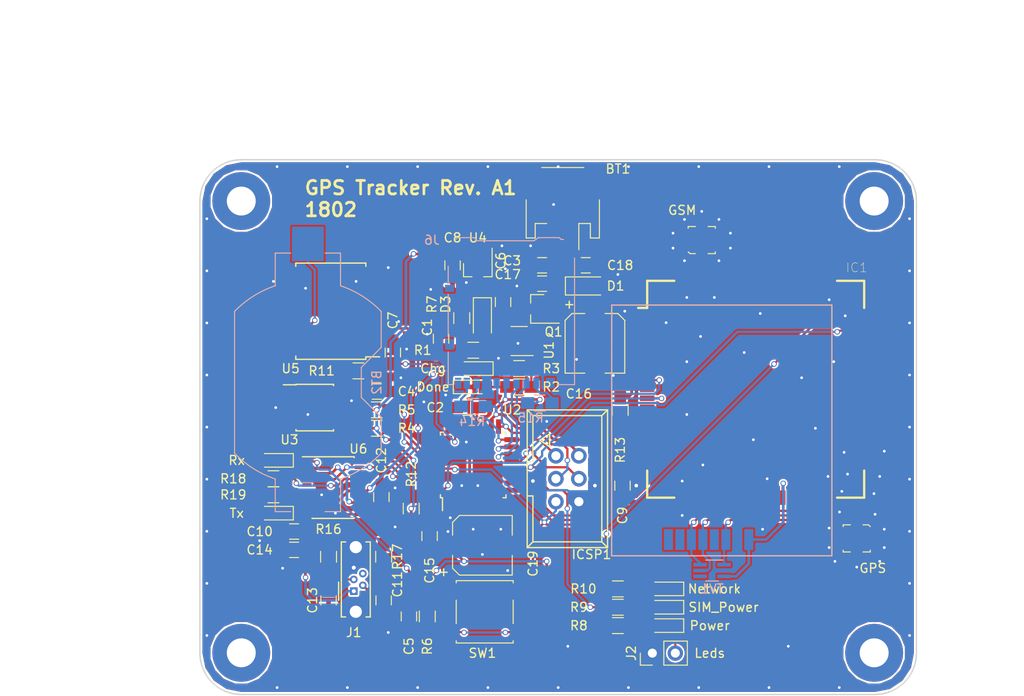
<source format=kicad_pcb>
(kicad_pcb (version 4) (host pcbnew 4.0.7)
  (layers (0 F.Cu signal hide) (31 B.Cu signal) (34 B.Paste user) (35 F.Paste user) (36 B.SilkS user) (37 F.SilkS user) (38 B.Mask user) (39 F.Mask user) (44 Edge.Cuts user))
  (net 0 "")
  (net 1 +BATT)
  (net 2 GND)
  (net 3 "Net-(BT2-Pad1)")
  (net 4 VBUS)
  (net 5 "Net-(C2-Pad1)")
  (net 6 +3V3)
  (net 7 /ARD_RST)
  (net 8 /DTR)
  (net 9 "Net-(C6-Pad1)")
  (net 10 /RTC_PWR)
  (net 11 "Net-(C9-Pad1)")
  (net 12 "Net-(C11-Pad1)")
  (net 13 "Net-(C13-Pad1)")
  (net 14 +2V8)
  (net 15 /SIM808_P)
  (net 16 "Net-(IC1-Pad9)")
  (net 17 /SIM808_RI)
  (net 18 "Net-(IC1-Pad11)")
  (net 19 "Net-(IC1-Pad12)")
  (net 20 "Net-(IC1-Pad13)")
  (net 21 /ARD_HRX)
  (net 22 /ARD_HTX)
  (net 23 "Net-(IC1-Pad19)")
  (net 24 "Net-(IC1-Pad20)")
  (net 25 "Net-(IC1-Pad21)")
  (net 26 "Net-(IC1-Pad22)")
  (net 27 "Net-(IC1-Pad23)")
  (net 28 "Net-(IC1-Pad24)")
  (net 29 "Net-(IC1-Pad25)")
  (net 30 "Net-(IC1-Pad26)")
  (net 31 "Net-(IC1-Pad27)")
  (net 32 +1V8)
  (net 33 /SIMDATA)
  (net 34 /SIMCLK)
  (net 35 /SIMRST)
  (net 36 "Net-(IC1-Pad33)")
  (net 37 "Net-(IC1-Pad37)")
  (net 38 "Net-(IC1-Pad38)")
  (net 39 "Net-(IC1-Pad39)")
  (net 40 "Net-(IC1-Pad41)")
  (net 41 "Net-(IC1-Pad42)")
  (net 42 "Net-(IC1-Pad43)")
  (net 43 "Net-(IC1-Pad44)")
  (net 44 "Net-(IC1-Pad45)")
  (net 45 "Net-(IC1-Pad46)")
  (net 46 "Net-(IC1-Pad47)")
  (net 47 "Net-(IC1-Pad48)")
  (net 48 /SIM808_S)
  (net 49 /NETWORK_LED)
  (net 50 "Net-(IC1-Pad53)")
  (net 51 "Net-(IC1-Pad55)")
  (net 52 "Net-(IC1-Pad56)")
  (net 53 "Net-(IC1-Pad57)")
  (net 54 "Net-(IC1-Pad58)")
  (net 55 "Net-(IC1-Pad59)")
  (net 56 "Net-(IC1-Pad60)")
  (net 57 "Net-(IC1-Pad61)")
  (net 58 "Net-(IC1-Pad62)")
  (net 59 "Net-(IC1-Pad63)")
  (net 60 /ARD_MISO)
  (net 61 /ARD_SCK)
  (net 62 /ARD_MOSI)
  (net 63 "Net-(J1-Pad4)")
  (net 64 "Net-(J2-Pad2)")
  (net 65 "Net-(J3-Pad6)")
  (net 66 "Net-(J6-Pad8)")
  (net 67 /ARD_IO10)
  (net 68 "Net-(J6-Pad1)")
  (net 69 "Net-(R1-Pad1)")
  (net 70 "Net-(R2-Pad2)")
  (net 71 /SDA)
  (net 72 /SCL)
  (net 73 /WAKE_UP)
  (net 74 "Net-(R16-Pad1)")
  (net 75 "Net-(R17-Pad2)")
  (net 76 "Net-(R18-Pad1)")
  (net 77 "Net-(R19-Pad1)")
  (net 78 "Net-(U2-Pad7)")
  (net 79 "Net-(U2-Pad8)")
  (net 80 "Net-(U2-Pad11)")
  (net 81 "Net-(U2-Pad19)")
  (net 82 "Net-(U2-Pad22)")
  (net 83 "Net-(U2-Pad24)")
  (net 84 "Net-(U2-Pad25)")
  (net 85 "Net-(U2-Pad26)")
  (net 86 /ARD_RX)
  (net 87 /ARD_TX)
  (net 88 "Net-(U3-Pad7)")
  (net 89 "Net-(U5-Pad1)")
  (net 90 "Net-(U5-Pad4)")
  (net 91 "Net-(U6-Pad2)")
  (net 92 +3V3_FDTI)
  (net 93 "Net-(U6-Pad5)")
  (net 94 "Net-(U6-Pad7)")
  (net 95 "Net-(U6-Pad8)")
  (net 96 "Net-(U6-Pad18)")
  (net 97 "Net-(U6-Pad19)")
  (net 98 "Net-(LED1-Pad1)")
  (net 99 "Net-(LED2-Pad2)")
  (net 100 "Net-(LED3-Pad2)")
  (net 101 "Net-(LED4-Pad2)")
  (net 102 "Net-(LED5-Pad2)")
  (net 103 "Net-(LED6-Pad2)")
  (net 104 "Net-(LED7-Pad2)")
  (net 105 "Net-(U2-Pad2)")
  (net 106 "Net-(TV1-Pad4)")
  (net 107 +3.3VP)
  (net 108 /GPS)
  (net 109 /GSM)
  (module custom-conn:Via-0.6mm (layer F.Cu) (at 132.334 90.805)
    (fp_text reference VIA** hide)
    (fp_text value Via-0.6mm hide)
    (pad 1 thru_hole circle (at 0 0) (size 0.6 0.6) (drill 0.3) (layers *.Cu) (net 2 GND))
  )
  (module custom-conn:Via-0.6mm (layer F.Cu) (at 133.096 80.899)
    (fp_text reference VIA** hide)
    (fp_text value Via-0.6mm hide)
    (pad 1 thru_hole circle (at 0 0) (size 0.6 0.6) (drill 0.3) (layers *.Cu) (net 2 GND))
  )
  (module custom-conn:Via-0.6mm (layer F.Cu) (at 124.46 88.138)
    (fp_text reference VIA** hide)
    (fp_text value Via-0.6mm hide)
    (pad 1 thru_hole circle (at 0 0) (size 0.6 0.6) (drill 0.3) (layers *.Cu) (net 2 GND))
  )
  (module custom-conn:Via-0.6mm (layer F.Cu) (at 137.668 97.79)
    (fp_text reference VIA** hide)
    (fp_text value Via-0.6mm hide)
    (pad 1 thru_hole circle (at 0 0) (size 0.6 0.6) (drill 0.3) (layers *.Cu) (net 2 GND))
  )
  (module custom-conn:Via-0.6mm (layer F.Cu) (at 128.778 82.423)
    (fp_text reference VIA** hide)
    (fp_text value Via-0.6mm hide)
    (pad 1 thru_hole circle (at 0 0) (size 0.6 0.6) (drill 0.3) (layers *.Cu) (net 2 GND))
  )
  (module custom-conn:Via-0.6mm (layer F.Cu) (at 132.715 78.359)
    (fp_text reference VIA** hide)
    (fp_text value Via-0.6mm hide)
    (pad 1 thru_hole circle (at 0 0) (size 0.6 0.6) (drill 0.3) (layers *.Cu) (net 2 GND))
  )
  (module custom-conn:Via-0.6mm (layer F.Cu) (at 162.052 104.14)
    (fp_text reference VIA** hide)
    (fp_text value Via-0.6mm hide)
    (pad 1 thru_hole circle (at 0 0) (size 0.6 0.6) (drill 0.3) (layers *.Cu) (net 2 GND))
  )
  (module custom-conn:Via-0.6mm (layer F.Cu) (at 161.544 109.728)
    (fp_text reference VIA** hide)
    (fp_text value Via-0.6mm hide)
    (pad 1 thru_hole circle (at 0 0) (size 0.6 0.6) (drill 0.3) (layers *.Cu) (net 2 GND))
  )
  (module acronet:47553-0001 (layer B.Cu) (at 151.13 90.17 90)
    (fp_text reference J3 hide)
    (fp_text value 47553-0001 hide)
    (pad 3 smd rect (at -20.7 3.81 90) (size 2.3 1) (layers B.Cu B.Paste B.Mask) (net 34 /SIMCLK))
    (pad CD1 smd rect (at -20.7 1.27 90) (size 2.3 1) (layers B.Cu B.Paste B.Mask))
    (pad CD2 smd rect (at -20.7 0 90) (size 2.3 1) (layers B.Cu B.Paste B.Mask))
    (pad 2 smd rect (at -20.7 6.35 90) (size 2.3 1) (layers B.Cu B.Paste B.Mask) (net 35 /SIMRST))
    (pad 1 smd rect (at -20.7 8.89 90) (size 2.3 1) (layers B.Cu B.Paste B.Mask) (net 32 +1V8))
    (pad 7 smd rect (at -20.7 2.54 90) (size 2.3 1) (layers B.Cu B.Paste B.Mask) (net 33 /SIMDATA))
    (pad 5 smd rect (at -20.7 7.62 90) (size 2.3 1) (layers B.Cu B.Paste B.Mask) (net 2 GND))
    (pad 6 smd rect (at -20.7 5.08 90) (size 2.3 1) (layers B.Cu B.Paste B.Mask) (net 65 "Net-(J3-Pad6)"))
    (pad GND1 smd rect (at 0 16.18 90) (size 2.95 1.5) (layers B.Cu B.Paste B.Mask) (net 2 GND))
    (pad GND2 smd rect (at 0 -4.37 90) (size 2.95 1.5) (layers B.Cu B.Paste B.Mask) (net 2 GND))
  )
  (module custom-conn:Via-0.6mm (layer F.Cu) (at 175.006 101.092)
    (fp_text reference VIA** hide)
    (fp_text value Via-0.6mm hide)
    (pad 1 thru_hole circle (at 0 0) (size 0.6 0.6) (drill 0.3) (layers *.Cu) (net 2 GND))
  )
  (module custom-conn:Via-0.6mm (layer F.Cu) (at 164.3888 122.682)
    (fp_text reference VIA** hide)
    (fp_text value Via-0.6mm hide)
    (pad 1 thru_hole circle (at 0 0) (size 0.6 0.6) (drill 0.3) (layers *.Cu) (net 2 GND))
  )
  (module custom-conn:Via-0.6mm (layer F.Cu) (at 140.0048 122.682)
    (fp_text reference VIA** hide)
    (fp_text value Via-0.6mm hide)
    (pad 1 thru_hole circle (at 0 0) (size 0.6 0.6) (drill 0.3) (layers *.Cu) (net 2 GND))
  )
  (module custom-conn:Via-0.6mm (layer F.Cu) (at 120.142 121.158)
    (fp_text reference VIA** hide)
    (fp_text value Via-0.6mm hide)
    (pad 1 thru_hole circle (at 0 0) (size 0.6 0.6) (drill 0.3) (layers *.Cu) (net 2 GND))
  )
  (module custom-conn:Via-0.6mm (layer F.Cu) (at 114.3 107.95)
    (fp_text reference VIA** hide)
    (fp_text value Via-0.6mm hide)
    (pad 1 thru_hole circle (at 0 0) (size 0.6 0.6) (drill 0.3) (layers *.Cu) (net 2 GND))
  )
  (module Capacitors_SMD:C_0805_HandSoldering (layer F.Cu) (at 120.65 90.17 90)
    (fp_text reference C7 (at 3.556 0 90) (layer F.SilkS))
    (fp_text value 0.1uF hide)
    (pad 1 smd rect (at -1.25 0 90) (size 1.5 1.25) (layers F.Cu F.Paste F.Mask) (net 10 /RTC_PWR))
    (pad 2 smd rect (at 1.25 0 90) (size 1.5 1.25) (layers F.Cu F.Paste F.Mask) (net 2 GND))
  )
  (module custom-conn:Via-0.6mm (layer F.Cu) (at 175.006 111.76)
    (fp_text reference VIA** hide)
    (fp_text value Via-0.6mm hide)
    (pad 1 thru_hole circle (at 0 0) (size 0.6 0.6) (drill 0.3) (layers *.Cu) (net 2 GND))
  )
  (module custom-conn:Via-0.6mm (layer F.Cu) (at 177.8 121.4882)
    (fp_text reference VIA** hide)
    (fp_text value Via-0.6mm hide)
    (pad 1 thru_hole circle (at 0 0) (size 0.6 0.6) (drill 0.3) (layers *.Cu) (net 2 GND))
  )
  (module custom-conn:Via-0.6mm (layer F.Cu) (at 177.8 115.7224)
    (fp_text reference VIA** hide)
    (fp_text value Via-0.6mm hide)
    (pad 1 thru_hole circle (at 0 0) (size 0.6 0.6) (drill 0.3) (layers *.Cu) (net 2 GND))
  )
  (module custom-conn:Via-0.6mm (layer F.Cu) (at 177.8 109.9566)
    (fp_text reference VIA** hide)
    (fp_text value Via-0.6mm hide)
    (pad 1 thru_hole circle (at 0 0) (size 0.6 0.6) (drill 0.3) (layers *.Cu) (net 2 GND))
  )
  (module custom-conn:Via-0.6mm (layer F.Cu) (at 177.8 104.1908)
    (fp_text reference VIA** hide)
    (fp_text value Via-0.6mm hide)
    (pad 1 thru_hole circle (at 0 0) (size 0.6 0.6) (drill 0.3) (layers *.Cu) (net 2 GND))
  )
  (module custom-conn:Via-0.6mm (layer F.Cu) (at 177.8 98.425)
    (fp_text reference VIA** hide)
    (fp_text value Via-0.6mm hide)
    (pad 1 thru_hole circle (at 0 0) (size 0.6 0.6) (drill 0.3) (layers *.Cu) (net 2 GND))
  )
  (module custom-conn:Via-0.6mm (layer F.Cu) (at 177.8 92.6592)
    (fp_text reference VIA** hide)
    (fp_text value Via-0.6mm hide)
    (pad 1 thru_hole circle (at 0 0) (size 0.6 0.6) (drill 0.3) (layers *.Cu) (net 2 GND))
  )
  (module custom-conn:Via-0.6mm (layer F.Cu) (at 177.8 86.8934)
    (fp_text reference VIA** hide)
    (fp_text value Via-0.6mm hide)
    (pad 1 thru_hole circle (at 0 0) (size 0.6 0.6) (drill 0.3) (layers *.Cu) (net 2 GND))
  )
  (module custom-conn:Via-0.6mm (layer F.Cu) (at 177.8 81.1276)
    (fp_text reference VIA** hide)
    (fp_text value Via-0.6mm hide)
    (pad 1 thru_hole circle (at 0 0) (size 0.6 0.6) (drill 0.3) (layers *.Cu) (net 2 GND))
  )
  (module custom-conn:Via-0.6mm (layer F.Cu) (at 177.8 75.3618)
    (fp_text reference VIA** hide)
    (fp_text value Via-0.6mm hide)
    (pad 1 thru_hole circle (at 0 0) (size 0.6 0.6) (drill 0.3) (layers *.Cu) (net 2 GND))
  )
  (module custom-conn:Via-0.6mm (layer F.Cu) (at 170.0276 127.254)
    (fp_text reference VIA** hide)
    (fp_text value Via-0.6mm hide)
    (pad 1 thru_hole circle (at 0 0) (size 0.6 0.6) (drill 0.3) (layers *.Cu) (net 2 GND))
  )
  (module custom-conn:Via-0.6mm (layer F.Cu) (at 162.2552 127.254)
    (fp_text reference VIA** hide)
    (fp_text value Via-0.6mm hide)
    (pad 1 thru_hole circle (at 0 0) (size 0.6 0.6) (drill 0.3) (layers *.Cu) (net 2 GND))
  )
  (module custom-conn:Via-0.6mm (layer F.Cu) (at 154.4828 127.254)
    (fp_text reference VIA** hide)
    (fp_text value Via-0.6mm hide)
    (pad 1 thru_hole circle (at 0 0) (size 0.6 0.6) (drill 0.3) (layers *.Cu) (net 2 GND))
  )
  (module custom-conn:Via-0.6mm (layer F.Cu) (at 146.7104 127.254)
    (fp_text reference VIA** hide)
    (fp_text value Via-0.6mm hide)
    (pad 1 thru_hole circle (at 0 0) (size 0.6 0.6) (drill 0.3) (layers *.Cu) (net 2 GND))
  )
  (module custom-conn:Via-0.6mm (layer F.Cu) (at 138.938 127.254)
    (fp_text reference VIA** hide)
    (fp_text value Via-0.6mm hide)
    (pad 1 thru_hole circle (at 0 0) (size 0.6 0.6) (drill 0.3) (layers *.Cu) (net 2 GND))
  )
  (module custom-conn:Via-0.6mm (layer F.Cu) (at 131.1656 127.254)
    (fp_text reference VIA** hide)
    (fp_text value Via-0.6mm hide)
    (pad 1 thru_hole circle (at 0 0) (size 0.6 0.6) (drill 0.3) (layers *.Cu) (net 2 GND))
  )
  (module custom-conn:Via-0.6mm (layer F.Cu) (at 123.3932 127.254)
    (fp_text reference VIA** hide)
    (fp_text value Via-0.6mm hide)
    (pad 1 thru_hole circle (at 0 0) (size 0.6 0.6) (drill 0.3) (layers *.Cu) (net 2 GND))
  )
  (module custom-conn:Via-0.6mm (layer F.Cu) (at 115.6208 127.254)
    (fp_text reference VIA** hide)
    (fp_text value Via-0.6mm hide)
    (pad 1 thru_hole circle (at 0 0) (size 0.6 0.6) (drill 0.3) (layers *.Cu) (net 2 GND))
  )
  (module custom-conn:Via-0.6mm (layer F.Cu) (at 107.8484 127.254)
    (fp_text reference VIA** hide)
    (fp_text value Via-0.6mm hide)
    (pad 1 thru_hole circle (at 0 0) (size 0.6 0.6) (drill 0.3) (layers *.Cu) (net 2 GND))
  )
  (module custom-conn:Via-0.6mm (layer F.Cu) (at 100.076 121.4882)
    (fp_text reference VIA** hide)
    (fp_text value Via-0.6mm hide)
    (pad 1 thru_hole circle (at 0 0) (size 0.6 0.6) (drill 0.3) (layers *.Cu) (net 2 GND))
  )
  (module custom-conn:Via-0.6mm (layer F.Cu) (at 100.076 115.7224)
    (fp_text reference VIA** hide)
    (fp_text value Via-0.6mm hide)
    (pad 1 thru_hole circle (at 0 0) (size 0.6 0.6) (drill 0.3) (layers *.Cu) (net 2 GND))
  )
  (module custom-conn:Via-0.6mm (layer F.Cu) (at 100.076 109.9566)
    (fp_text reference VIA** hide)
    (fp_text value Via-0.6mm hide)
    (pad 1 thru_hole circle (at 0 0) (size 0.6 0.6) (drill 0.3) (layers *.Cu) (net 2 GND))
  )
  (module custom-conn:Via-0.6mm (layer F.Cu) (at 100.076 104.1908)
    (fp_text reference VIA** hide)
    (fp_text value Via-0.6mm hide)
    (pad 1 thru_hole circle (at 0 0) (size 0.6 0.6) (drill 0.3) (layers *.Cu) (net 2 GND))
  )
  (module custom-conn:Via-0.6mm (layer F.Cu) (at 100.076 98.425)
    (fp_text reference VIA** hide)
    (fp_text value Via-0.6mm hide)
    (pad 1 thru_hole circle (at 0 0) (size 0.6 0.6) (drill 0.3) (layers *.Cu) (net 2 GND))
  )
  (module custom-conn:Via-0.6mm (layer F.Cu) (at 100.076 92.6592)
    (fp_text reference VIA** hide)
    (fp_text value Via-0.6mm hide)
    (pad 1 thru_hole circle (at 0 0) (size 0.6 0.6) (drill 0.3) (layers *.Cu) (net 2 GND))
  )
  (module custom-conn:Via-0.6mm (layer F.Cu) (at 100.076 86.8934)
    (fp_text reference VIA** hide)
    (fp_text value Via-0.6mm hide)
    (pad 1 thru_hole circle (at 0 0) (size 0.6 0.6) (drill 0.3) (layers *.Cu) (net 2 GND))
  )
  (module custom-conn:Via-0.6mm (layer F.Cu) (at 100.076 81.1276)
    (fp_text reference VIA** hide)
    (fp_text value Via-0.6mm hide)
    (pad 1 thru_hole circle (at 0 0) (size 0.6 0.6) (drill 0.3) (layers *.Cu) (net 2 GND))
  )
  (module custom-conn:Via-0.6mm (layer F.Cu) (at 100.076 75.3618)
    (fp_text reference VIA** hide)
    (fp_text value Via-0.6mm hide)
    (pad 1 thru_hole circle (at 0 0) (size 0.6 0.6) (drill 0.3) (layers *.Cu) (net 2 GND))
  )
  (module custom-conn:Via-0.6mm (layer F.Cu) (at 170.0276 69.596)
    (fp_text reference VIA** hide)
    (fp_text value Via-0.6mm hide)
    (pad 1 thru_hole circle (at 0 0) (size 0.6 0.6) (drill 0.3) (layers *.Cu) (net 2 GND))
  )
  (module custom-conn:Via-0.6mm (layer F.Cu) (at 162.2552 69.596)
    (fp_text reference VIA** hide)
    (fp_text value Via-0.6mm hide)
    (pad 1 thru_hole circle (at 0 0) (size 0.6 0.6) (drill 0.3) (layers *.Cu) (net 2 GND))
  )
  (module custom-conn:Via-0.6mm (layer F.Cu) (at 154.4828 69.596)
    (fp_text reference VIA** hide)
    (fp_text value Via-0.6mm hide)
    (pad 1 thru_hole circle (at 0 0) (size 0.6 0.6) (drill 0.3) (layers *.Cu) (net 2 GND))
  )
  (module custom-conn:Via-0.6mm (layer F.Cu) (at 146.7104 69.596)
    (fp_text reference VIA** hide)
    (fp_text value Via-0.6mm hide)
    (pad 1 thru_hole circle (at 0 0) (size 0.6 0.6) (drill 0.3) (layers *.Cu) (net 2 GND))
  )
  (module custom-conn:Via-0.6mm (layer F.Cu) (at 138.938 69.596)
    (fp_text reference VIA** hide)
    (fp_text value Via-0.6mm hide)
    (pad 1 thru_hole circle (at 0 0) (size 0.6 0.6) (drill 0.3) (layers *.Cu) (net 2 GND))
  )
  (module custom-conn:Via-0.6mm (layer F.Cu) (at 131.1656 69.596)
    (fp_text reference VIA** hide)
    (fp_text value Via-0.6mm hide)
    (pad 1 thru_hole circle (at 0 0) (size 0.6 0.6) (drill 0.3) (layers *.Cu) (net 2 GND))
  )
  (module custom-conn:Via-0.6mm (layer F.Cu) (at 123.3932 69.596)
    (fp_text reference VIA** hide)
    (fp_text value Via-0.6mm hide)
    (pad 1 thru_hole circle (at 0 0) (size 0.6 0.6) (drill 0.3) (layers *.Cu) (net 2 GND))
  )
  (module custom-conn:Via-0.6mm (layer F.Cu) (at 115.6208 69.596)
    (fp_text reference VIA** hide)
    (fp_text value Via-0.6mm hide)
    (pad 1 thru_hole circle (at 0 0) (size 0.6 0.6) (drill 0.3) (layers *.Cu) (net 2 GND))
  )
  (module custom-conn:Via-0.6mm (layer F.Cu) (at 107.8484 69.596)
    (fp_text reference VIA** hide)
    (fp_text value Via-0.6mm hide)
    (pad 1 thru_hole circle (at 0 0) (size 0.6 0.6) (drill 0.3) (layers *.Cu) (net 2 GND))
  )
  (module Mounting_Holes:MountingHole_3.2mm_M3_Pad (layer F.Cu) (at 173.886 123.406)
    (fp_text reference REF** hide)
    (fp_text value MountingHole_3.2mm_M3_Pad hide)
    (pad 1 thru_hole circle (at 0 0) (size 6.4 6.4) (drill 3.2) (layers *.Cu *.Mask))
  )
  (module Mounting_Holes:MountingHole_3.2mm_M3_Pad (layer F.Cu) (at 103.886 123.406)
    (fp_text reference REF** hide)
    (fp_text value MountingHole_3.2mm_M3_Pad hide)
    (pad 1 thru_hole circle (at 0 0) (size 6.4 6.4) (drill 3.2) (layers *.Cu *.Mask))
  )
  (module Mounting_Holes:MountingHole_3.2mm_M3_Pad (layer F.Cu) (at 173.886 73.406)
    (fp_text reference REF** hide)
    (fp_text value MountingHole_3.2mm_M3_Pad hide)
    (pad 1 thru_hole circle (at 0 0) (size 6.4 6.4) (drill 3.2) (layers *.Cu *.Mask))
  )
  (module Mounting_Holes:MountingHole_3.2mm_M3_Pad (layer F.Cu) (at 103.886 73.406)
    (fp_text reference REF** hide)
    (fp_text value MountingHole_3.2mm_M3_Pad hide)
    (pad 1 thru_hole circle (at 0 0) (size 6.4 6.4) (drill 3.2) (layers *.Cu *.Mask))
  )
  (module custom-conn:Via-0.6mm (layer F.Cu) (at 134.493 89.154)
    (fp_text reference VIA** hide)
    (fp_text value Via-0.6mm hide)
    (pad 1 thru_hole circle (at 0 0) (size 0.6 0.6) (drill 0.3) (layers *.Cu) (net 2 GND))
  )
  (module custom-conn:Via-0.6mm (layer F.Cu) (at 121.539 92.964)
    (fp_text reference VIA** hide)
    (fp_text value Via-0.6mm hide)
    (pad 1 thru_hole circle (at 0 0) (size 0.6 0.6) (drill 0.3) (layers *.Cu) (net 2 GND))
  )
  (module custom-conn:Via-0.6mm (layer F.Cu) (at 124.079 95.631)
    (fp_text reference VIA** hide)
    (fp_text value Via-0.6mm hide)
    (pad 1 thru_hole circle (at 0 0) (size 0.6 0.6) (drill 0.3) (layers *.Cu) (net 2 GND))
  )
  (module custom-conn:Via-0.6mm (layer F.Cu) (at 121.285 86.741)
    (fp_text reference VIA** hide)
    (fp_text value Via-0.6mm hide)
    (pad 1 thru_hole circle (at 0 0) (size 0.6 0.6) (drill 0.3) (layers *.Cu) (net 2 GND))
  )
  (module custom-conn:Via-0.6mm (layer F.Cu) (at 122.174 89.789)
    (fp_text reference VIA** hide)
    (fp_text value Via-0.6mm hide)
    (pad 1 thru_hole circle (at 0 0) (size 0.6 0.6) (drill 0.3) (layers *.Cu) (net 2 GND))
  )
  (module custom-conn:Via-0.6mm (layer F.Cu) (at 126.492 94.869)
    (fp_text reference VIA** hide)
    (fp_text value Via-0.6mm hide)
    (pad 1 thru_hole circle (at 0 0) (size 0.6 0.6) (drill 0.3) (layers *.Cu) (net 2 GND))
  )
  (module custom-conn:Via-0.6mm (layer F.Cu) (at 116.078 95.504)
    (fp_text reference VIA** hide)
    (fp_text value Via-0.6mm hide)
    (pad 1 thru_hole circle (at 0 0) (size 0.6 0.6) (drill 0.3) (layers *.Cu) (net 2 GND))
  )
  (module custom-conn:Via-0.6mm (layer F.Cu) (at 126.746 109.982)
    (fp_text reference VIA** hide)
    (fp_text value Via-0.6mm hide)
    (pad 1 thru_hole circle (at 0 0) (size 0.6 0.6) (drill 0.3) (layers *.Cu) (net 2 GND))
  )
  (module custom-conn:Via-0.6mm (layer F.Cu) (at 154.94 102.616)
    (fp_text reference VIA** hide)
    (fp_text value Via-0.6mm hide)
    (pad 1 thru_hole circle (at 0 0) (size 0.6 0.6) (drill 0.3) (layers *.Cu) (net 2 GND))
  )
  (module custom-conn:Via-0.6mm (layer F.Cu) (at 169.418 91.186)
    (fp_text reference VIA** hide)
    (fp_text value Via-0.6mm hide)
    (pad 1 thru_hole circle (at 0 0) (size 0.6 0.6) (drill 0.3) (layers *.Cu) (net 2 GND))
  )
  (module custom-conn:Via-0.6mm (layer F.Cu) (at 153.162 91.186)
    (fp_text reference VIA** hide)
    (fp_text value Via-0.6mm hide)
    (pad 1 thru_hole circle (at 0 0) (size 0.6 0.6) (drill 0.3) (layers *.Cu) (net 2 GND))
  )
  (module custom-conn:Via-0.6mm (layer F.Cu) (at 154.686 88.392)
    (fp_text reference VIA** hide)
    (fp_text value Via-0.6mm hide)
    (pad 1 thru_hole circle (at 0 0) (size 0.6 0.6) (drill 0.3) (layers *.Cu) (net 2 GND))
  )
  (module custom-conn:Via-0.6mm (layer F.Cu) (at 161.29 85.852)
    (fp_text reference VIA** hide)
    (fp_text value Via-0.6mm hide)
    (pad 1 thru_hole circle (at 0 0) (size 0.6 0.6) (drill 0.3) (layers *.Cu) (net 2 GND))
  )
  (module custom-conn:Via-0.6mm (layer F.Cu) (at 167.386 98.552)
    (fp_text reference VIA** hide)
    (fp_text value Via-0.6mm hide)
    (pad 1 thru_hole circle (at 0 0) (size 0.6 0.6) (drill 0.3) (layers *.Cu) (net 2 GND))
  )
  (module custom-conn:Via-0.6mm (layer F.Cu) (at 159.512 90.17)
    (fp_text reference VIA** hide)
    (fp_text value Via-0.6mm hide)
    (pad 1 thru_hole circle (at 0 0) (size 0.6 0.6) (drill 0.3) (layers *.Cu) (net 2 GND))
  )
  (module custom-conn:Via-0.6mm (layer F.Cu) (at 153.162 97.028)
    (fp_text reference VIA** hide)
    (fp_text value Via-0.6mm hide)
    (pad 1 thru_hole circle (at 0 0) (size 0.6 0.6) (drill 0.3) (layers *.Cu) (net 2 GND))
  )
  (module custom-conn:Via-0.6mm (layer F.Cu) (at 165.862 92.964)
    (fp_text reference VIA** hide)
    (fp_text value Via-0.6mm hide)
    (pad 1 thru_hole circle (at 0 0) (size 0.6 0.6) (drill 0.3) (layers *.Cu) (net 2 GND))
  )
  (module custom-conn:Via-0.6mm (layer F.Cu) (at 160.528 99.822)
    (fp_text reference VIA** hide)
    (fp_text value Via-0.6mm hide)
    (pad 1 thru_hole circle (at 0 0) (size 0.6 0.6) (drill 0.3) (layers *.Cu) (net 2 GND))
  )
  (module custom-conn:Via-0.6mm (layer F.Cu) (at 157.988 78.613)
    (fp_text reference VIA** hide)
    (fp_text value Via-0.6mm hide)
    (pad 1 thru_hole circle (at 0 0) (size 0.6 0.6) (drill 0.3) (layers *.Cu) (net 2 GND))
  )
  (module custom-conn:Via-0.6mm (layer F.Cu) (at 151.638 78.613)
    (fp_text reference VIA** hide)
    (fp_text value Via-0.6mm hide)
    (pad 1 thru_hole circle (at 0 0) (size 0.6 0.6) (drill 0.3) (layers *.Cu) (net 2 GND))
  )
  (module Connectors_Molex:Molex_Microcoaxial_RF (layer F.Cu) (at 171.958 110.744 180)
    (fp_text reference J4 hide)
    (fp_text value CONN_COAXIAL hide)
    (pad 2 smd rect (at -1.475 0 180) (size 1.05 2.2) (layers F.Cu F.Paste F.Mask) (net 2 GND))
    (pad 2 smd rect (at 1.475 0 180) (size 1.05 2.2) (layers F.Cu F.Paste F.Mask) (net 2 GND))
    (pad 2 smd rect (at 0 -1.5 180) (size 1 1) (layers F.Cu F.Paste F.Mask) (net 2 GND))
    (pad 1 smd rect (at 0 1.5 180) (size 1 1) (layers F.Cu F.Paste F.Mask) (net 108 /GPS))
  )
  (module custom-conn:Via-0.6mm (layer F.Cu) (at 175.006 109.728)
    (fp_text reference VIA** hide)
    (fp_text value Via-0.6mm hide)
    (pad 1 thru_hole circle (at 0 0) (size 0.6 0.6) (drill 0.3) (layers *.Cu) (net 2 GND))
  )
  (module custom-conn:Via-0.6mm (layer F.Cu) (at 173.863 105.791)
    (fp_text reference VIA** hide)
    (fp_text value Via-0.6mm hide)
    (pad 1 thru_hole circle (at 0 0) (size 0.6 0.6) (drill 0.3) (layers *.Cu) (net 2 GND))
  )
  (module custom-conn:Via-0.6mm (layer F.Cu) (at 170.307 105.537)
    (fp_text reference VIA** hide)
    (fp_text value Via-0.6mm hide)
    (pad 1 thru_hole circle (at 0 0) (size 0.6 0.6) (drill 0.3) (layers *.Cu) (net 2 GND))
  )
  (module custom-conn:Via-0.6mm (layer F.Cu) (at 168.91 109.601)
    (fp_text reference VIA** hide)
    (fp_text value Via-0.6mm hide)
    (pad 1 thru_hole circle (at 0 0) (size 0.6 0.6) (drill 0.3) (layers *.Cu) (net 2 GND))
  )
  (module custom-conn:Via-0.6mm (layer F.Cu) (at 170.942 103.632)
    (fp_text reference VIA** hide)
    (fp_text value Via-0.6mm hide)
    (pad 1 thru_hole circle (at 0 0) (size 0.6 0.6) (drill 0.3) (layers *.Cu) (net 2 GND))
  )
  (module custom-conn:Via-0.6mm (layer F.Cu) (at 174.498 103.886)
    (fp_text reference VIA** hide)
    (fp_text value Via-0.6mm hide)
    (pad 1 thru_hole circle (at 0 0) (size 0.6 0.6) (drill 0.3) (layers *.Cu) (net 2 GND))
  )
  (module custom-conn:Via-0.6mm (layer F.Cu) (at 173.99 108.077)
    (fp_text reference VIA** hide)
    (fp_text value Via-0.6mm hide)
    (pad 1 thru_hole circle (at 0 0) (size 0.6 0.6) (drill 0.3) (layers *.Cu) (net 2 GND))
  )
  (module custom-conn:Via-0.6mm (layer F.Cu) (at 174.498 113.284)
    (fp_text reference VIA** hide)
    (fp_text value Via-0.6mm hide)
    (pad 1 thru_hole circle (at 0 0) (size 0.6 0.6) (drill 0.3) (layers *.Cu) (net 2 GND))
  )
  (module custom-conn:Via-0.6mm (layer F.Cu) (at 169.545 113.284)
    (fp_text reference VIA** hide)
    (fp_text value Via-0.6mm hide)
    (pad 1 thru_hole circle (at 0 0) (size 0.6 0.6) (drill 0.3) (layers *.Cu) (net 2 GND))
  )
  (module custom-conn:Via-0.6mm (layer F.Cu) (at 168.783 103.886)
    (fp_text reference VIA** hide)
    (fp_text value Via-0.6mm hide)
    (pad 1 thru_hole circle (at 0 0) (size 0.6 0.6) (drill 0.3) (layers *.Cu) (net 2 GND))
  )
  (module custom-conn:Via-0.6mm (layer F.Cu) (at 154.813 74.549)
    (fp_text reference VIA** hide)
    (fp_text value Via-0.6mm hide)
    (pad 1 thru_hole circle (at 0 0) (size 0.6 0.6) (drill 0.3) (layers *.Cu) (net 2 GND))
  )
  (module custom-conn:Via-0.6mm (layer F.Cu) (at 152.908 75.438)
    (fp_text reference VIA** hide)
    (fp_text value Via-0.6mm hide)
    (pad 1 thru_hole circle (at 0 0) (size 0.6 0.6) (drill 0.3) (layers *.Cu) (net 2 GND))
  )
  (module SIM808:QFN100P2400X2400X260-68N (layer F.Cu) (at 160.782 94.234)
    (fp_text reference IC1 (at 11.176 -13.462) (layer F.SilkS) (effects (font (size 1.00176 1.00176) (thickness 0.05))))
    (fp_text value SIM808 hide)
    (pad 1 smd rect (at -12 -8) (size 1.6 0.6) (layers F.Cu F.Paste F.Mask) (net 2 GND))
    (pad 2 smd rect (at -12 -7) (size 1.6 0.6) (layers F.Cu F.Paste F.Mask) (net 2 GND))
    (pad 3 smd rect (at -12 -6) (size 1.6 0.6) (layers F.Cu F.Paste F.Mask) (net 2 GND))
    (pad 4 smd rect (at -12 -5) (size 1.6 0.6) (layers F.Cu F.Paste F.Mask) (net 1 +BATT))
    (pad 5 smd rect (at -12 -4) (size 1.6 0.6) (layers F.Cu F.Paste F.Mask) (net 1 +BATT))
    (pad 6 smd rect (at -12 -3) (size 1.6 0.6) (layers F.Cu F.Paste F.Mask) (net 1 +BATT))
    (pad 7 smd rect (at -12 -2) (size 1.6 0.6) (layers F.Cu F.Paste F.Mask) (net 14 +2V8))
    (pad 8 smd rect (at -12 -1) (size 1.6 0.6) (layers F.Cu F.Paste F.Mask) (net 15 /SIM808_P))
    (pad 9 smd rect (at -12 0) (size 1.6 0.6) (layers F.Cu F.Paste F.Mask) (net 16 "Net-(IC1-Pad9)"))
    (pad 10 smd rect (at -12 1) (size 1.6 0.6) (layers F.Cu F.Paste F.Mask) (net 17 /SIM808_RI))
    (pad 11 smd rect (at -12 2) (size 1.6 0.6) (layers F.Cu F.Paste F.Mask) (net 18 "Net-(IC1-Pad11)"))
    (pad 12 smd rect (at -12 3) (size 1.6 0.6) (layers F.Cu F.Paste F.Mask) (net 19 "Net-(IC1-Pad12)"))
    (pad 13 smd rect (at -12 4) (size 1.6 0.6) (layers F.Cu F.Paste F.Mask) (net 20 "Net-(IC1-Pad13)"))
    (pad 14 smd rect (at -12 5) (size 1.6 0.6) (layers F.Cu F.Paste F.Mask) (net 21 /ARD_HRX))
    (pad 15 smd rect (at -12 6) (size 1.6 0.6) (layers F.Cu F.Paste F.Mask) (net 22 /ARD_HTX))
    (pad 16 smd rect (at -12 7) (size 1.6 0.6) (layers F.Cu F.Paste F.Mask) (net 7 /ARD_RST))
    (pad 17 smd rect (at -12 8) (size 1.6 0.6) (layers F.Cu F.Paste F.Mask) (net 11 "Net-(C9-Pad1)"))
    (pad 18 smd rect (at -8 12 90) (size 1.6 0.6) (layers F.Cu F.Paste F.Mask) (net 2 GND))
    (pad 19 smd rect (at -7 12 90) (size 1.6 0.6) (layers F.Cu F.Paste F.Mask) (net 23 "Net-(IC1-Pad19)"))
    (pad 20 smd rect (at -6 12 90) (size 1.6 0.6) (layers F.Cu F.Paste F.Mask) (net 24 "Net-(IC1-Pad20)"))
    (pad 21 smd rect (at -5 12 90) (size 1.6 0.6) (layers F.Cu F.Paste F.Mask) (net 25 "Net-(IC1-Pad21)"))
    (pad 22 smd rect (at -4 12 90) (size 1.6 0.6) (layers F.Cu F.Paste F.Mask) (net 26 "Net-(IC1-Pad22)"))
    (pad 23 smd rect (at -3 12 90) (size 1.6 0.6) (layers F.Cu F.Paste F.Mask) (net 27 "Net-(IC1-Pad23)"))
    (pad 24 smd rect (at -2 12 90) (size 1.6 0.6) (layers F.Cu F.Paste F.Mask) (net 28 "Net-(IC1-Pad24)"))
    (pad 25 smd rect (at -1 12 90) (size 1.6 0.6) (layers F.Cu F.Paste F.Mask) (net 29 "Net-(IC1-Pad25)"))
    (pad 26 smd rect (at 0 12 90) (size 1.6 0.6) (layers F.Cu F.Paste F.Mask) (net 30 "Net-(IC1-Pad26)"))
    (pad 27 smd rect (at 1 12 90) (size 1.6 0.6) (layers F.Cu F.Paste F.Mask) (net 31 "Net-(IC1-Pad27)"))
    (pad 28 smd rect (at 2 12 90) (size 1.6 0.6) (layers F.Cu F.Paste F.Mask) (net 2 GND))
    (pad 29 smd rect (at 3 12 90) (size 1.6 0.6) (layers F.Cu F.Paste F.Mask) (net 32 +1V8))
    (pad 30 smd rect (at 4 12 90) (size 1.6 0.6) (layers F.Cu F.Paste F.Mask) (net 33 /SIMDATA))
    (pad 31 smd rect (at 5 12 90) (size 1.6 0.6) (layers F.Cu F.Paste F.Mask) (net 34 /SIMCLK))
    (pad 32 smd rect (at 6 12 90) (size 1.6 0.6) (layers F.Cu F.Paste F.Mask) (net 35 /SIMRST))
    (pad 33 smd rect (at 7 12 90) (size 1.6 0.6) (layers F.Cu F.Paste F.Mask) (net 36 "Net-(IC1-Pad33)"))
    (pad 34 smd rect (at 8 12 90) (size 1.6 0.6) (layers F.Cu F.Paste F.Mask) (net 2 GND))
    (pad 35 smd rect (at 12 8 180) (size 1.6 0.6) (layers F.Cu F.Paste F.Mask) (net 108 /GPS))
    (pad 36 smd rect (at 12 7 180) (size 1.6 0.6) (layers F.Cu F.Paste F.Mask) (net 2 GND))
    (pad 37 smd rect (at 12 6 180) (size 1.6 0.6) (layers F.Cu F.Paste F.Mask) (net 37 "Net-(IC1-Pad37)"))
    (pad 38 smd rect (at 12 5 180) (size 1.6 0.6) (layers F.Cu F.Paste F.Mask) (net 38 "Net-(IC1-Pad38)"))
    (pad 39 smd rect (at 12 4 180) (size 1.6 0.6) (layers F.Cu F.Paste F.Mask) (net 39 "Net-(IC1-Pad39)"))
    (pad 40 smd rect (at 12 3 180) (size 1.6 0.6) (layers F.Cu F.Paste F.Mask) (net 2 GND))
    (pad 41 smd rect (at 12 2 180) (size 1.6 0.6) (layers F.Cu F.Paste F.Mask) (net 40 "Net-(IC1-Pad41)"))
    (pad 42 smd rect (at 12 1 180) (size 1.6 0.6) (layers F.Cu F.Paste F.Mask) (net 41 "Net-(IC1-Pad42)"))
    (pad 43 smd rect (at 12 0 180) (size 1.6 0.6) (layers F.Cu F.Paste F.Mask) (net 42 "Net-(IC1-Pad43)"))
    (pad 44 smd rect (at 12 -1 180) (size 1.6 0.6) (layers F.Cu F.Paste F.Mask) (net 43 "Net-(IC1-Pad44)"))
    (pad 45 smd rect (at 12 -2 180) (size 1.6 0.6) (layers F.Cu F.Paste F.Mask) (net 44 "Net-(IC1-Pad45)"))
    (pad 46 smd rect (at 12 -3 180) (size 1.6 0.6) (layers F.Cu F.Paste F.Mask) (net 45 "Net-(IC1-Pad46)"))
    (pad 47 smd rect (at 12 -4 180) (size 1.6 0.6) (layers F.Cu F.Paste F.Mask) (net 46 "Net-(IC1-Pad47)"))
    (pad 48 smd rect (at 12 -5 180) (size 1.6 0.6) (layers F.Cu F.Paste F.Mask) (net 47 "Net-(IC1-Pad48)"))
    (pad 49 smd rect (at 12 -6 180) (size 1.6 0.6) (layers F.Cu F.Paste F.Mask) (net 48 /SIM808_S))
    (pad 50 smd rect (at 12 -7 180) (size 1.6 0.6) (layers F.Cu F.Paste F.Mask) (net 49 /NETWORK_LED))
    (pad 51 smd rect (at 12 -8 180) (size 1.6 0.6) (layers F.Cu F.Paste F.Mask) (net 2 GND))
    (pad 52 smd rect (at 8 -12 270) (size 1.6 0.6) (layers F.Cu F.Paste F.Mask) (net 2 GND))
    (pad 53 smd rect (at 7 -12 270) (size 1.6 0.6) (layers F.Cu F.Paste F.Mask) (net 50 "Net-(IC1-Pad53)"))
    (pad 54 smd rect (at 6 -12 270) (size 1.6 0.6) (layers F.Cu F.Paste F.Mask) (net 2 GND))
    (pad 55 smd rect (at 5 -12 270) (size 1.6 0.6) (layers F.Cu F.Paste F.Mask) (net 51 "Net-(IC1-Pad55)"))
    (pad 56 smd rect (at 4 -12 270) (size 1.6 0.6) (layers F.Cu F.Paste F.Mask) (net 52 "Net-(IC1-Pad56)"))
    (pad 57 smd rect (at 3 -12 270) (size 1.6 0.6) (layers F.Cu F.Paste F.Mask) (net 53 "Net-(IC1-Pad57)"))
    (pad 58 smd rect (at 2 -12 270) (size 1.6 0.6) (layers F.Cu F.Paste F.Mask) (net 54 "Net-(IC1-Pad58)"))
    (pad 59 smd rect (at 1 -12 270) (size 1.6 0.6) (layers F.Cu F.Paste F.Mask) (net 55 "Net-(IC1-Pad59)"))
    (pad 60 smd rect (at 0 -12 270) (size 1.6 0.6) (layers F.Cu F.Paste F.Mask) (net 56 "Net-(IC1-Pad60)"))
    (pad 61 smd rect (at -1 -12 270) (size 1.6 0.6) (layers F.Cu F.Paste F.Mask) (net 57 "Net-(IC1-Pad61)"))
    (pad 62 smd rect (at -2 -12 270) (size 1.6 0.6) (layers F.Cu F.Paste F.Mask) (net 58 "Net-(IC1-Pad62)"))
    (pad 63 smd rect (at -3 -12 270) (size 1.6 0.6) (layers F.Cu F.Paste F.Mask) (net 59 "Net-(IC1-Pad63)"))
    (pad 64 smd rect (at -4 -12 270) (size 1.6 0.6) (layers F.Cu F.Paste F.Mask) (net 2 GND))
    (pad 65 smd rect (at -5 -12 270) (size 1.6 0.6) (layers F.Cu F.Paste F.Mask) (net 2 GND))
    (pad 66 smd rect (at -6 -12 270) (size 1.6 0.6) (layers F.Cu F.Paste F.Mask) (net 109 /GSM))
    (pad 67 smd rect (at -7 -12 270) (size 1.6 0.6) (layers F.Cu F.Paste F.Mask) (net 2 GND))
    (pad 68 smd rect (at -8 -12 270) (size 1.6 0.6) (layers F.Cu F.Paste F.Mask) (net 2 GND))
  )
  (module custom-conn:Via-0.6mm (layer F.Cu) (at 133.35 114.3)
    (fp_text reference VIA** hide)
    (fp_text value Via-0.6mm hide)
    (pad 1 thru_hole circle (at 0 0) (size 0.6 0.6) (drill 0.3) (layers *.Cu) (net 2 GND))
  )
  (module custom-conn:Via-0.6mm (layer F.Cu) (at 138.43 73.787)
    (fp_text reference VIA** hide)
    (fp_text value Via-0.6mm hide)
    (pad 1 thru_hole circle (at 0 0) (size 0.6 0.6) (drill 0.3) (layers *.Cu) (net 2 GND))
  )
  (module custom-conn:Via-0.6mm (layer F.Cu) (at 135.89 78.359)
    (fp_text reference VIA** hide)
    (fp_text value Via-0.6mm hide)
    (pad 1 thru_hole circle (at 0 0) (size 0.6 0.6) (drill 0.3) (layers *.Cu) (net 2 GND))
  )
  (module custom-conn:Via-0.6mm (layer F.Cu) (at 130.048 104.902)
    (fp_text reference VIA** hide)
    (fp_text value Via-0.6mm hide)
    (pad 1 thru_hole circle (at 0 0) (size 0.6 0.6) (drill 0.3) (layers *.Cu) (net 2 GND))
  )
  (module custom-conn:Via-0.6mm (layer F.Cu) (at 128.27 104.902)
    (fp_text reference VIA** hide)
    (fp_text value Via-0.6mm hide)
    (pad 1 thru_hole circle (at 0 0) (size 0.6 0.6) (drill 0.3) (layers *.Cu) (net 2 GND))
  )
  (module custom-conn:Via-0.6mm (layer F.Cu) (at 107.442 82.296)
    (fp_text reference VIA** hide)
    (fp_text value Via-0.6mm hide)
    (pad 1 thru_hole circle (at 0 0) (size 0.6 0.6) (drill 0.3) (layers *.Cu) (net 2 GND))
  )
  (module custom-conn:Via-0.6mm (layer F.Cu) (at 120.142 80.772)
    (fp_text reference VIA** hide)
    (fp_text value Via-0.6mm hide)
    (pad 1 thru_hole circle (at 0 0) (size 0.6 0.6) (drill 0.3) (layers *.Cu) (net 2 GND))
  )
  (module custom-conn:Via-0.6mm (layer F.Cu) (at 111.252 97.028)
    (fp_text reference VIA** hide)
    (fp_text value Via-0.6mm hide)
    (pad 1 thru_hole circle (at 0 0) (size 0.6 0.6) (drill 0.3) (layers *.Cu) (net 2 GND))
  )
  (module custom-conn:Via-0.6mm (layer F.Cu) (at 128.778 100.076)
    (fp_text reference VIA** hide)
    (fp_text value Via-0.6mm hide)
    (pad 1 thru_hole circle (at 0 0) (size 0.6 0.6) (drill 0.3) (layers *.Cu) (net 2 GND))
  )
  (module custom-conn:Via-0.6mm (layer F.Cu) (at 127 108.458)
    (fp_text reference VIA** hide)
    (fp_text value Via-0.6mm hide)
    (pad 1 thru_hole circle (at 0 0) (size 0.6 0.6) (drill 0.3) (layers *.Cu) (net 2 GND))
  )
  (module custom-conn:Via-0.6mm (layer F.Cu) (at 129.54 109.728)
    (fp_text reference VIA** hide)
    (fp_text value Via-0.6mm hide)
    (pad 1 thru_hole circle (at 0 0) (size 0.6 0.6) (drill 0.3) (layers *.Cu) (net 2 GND))
  )
  (module custom-conn:Via-0.6mm (layer F.Cu) (at 124.841 83.185)
    (fp_text reference VIA** hide)
    (fp_text value Via-0.6mm hide)
    (pad 1 thru_hole circle (at 0 0) (size 0.6 0.6) (drill 0.3) (layers *.Cu) (net 2 GND))
  )
  (module custom-conn:Via-0.6mm (layer F.Cu) (at 116.586 82.296)
    (fp_text reference VIA** hide)
    (fp_text value Via-0.6mm hide)
    (pad 1 thru_hole circle (at 0 0) (size 0.6 0.6) (drill 0.3) (layers *.Cu) (net 2 GND))
  )
  (module custom-conn:Via-0.6mm (layer F.Cu) (at 110.998 83.058)
    (fp_text reference VIA** hide)
    (fp_text value Via-0.6mm hide)
    (pad 1 thru_hole circle (at 0 0) (size 0.6 0.6) (drill 0.3) (layers *.Cu) (net 2 GND))
  )
  (module custom-conn:Via-0.6mm (layer F.Cu) (at 107.696 96.266)
    (fp_text reference VIA** hide)
    (fp_text value Via-0.6mm hide)
    (pad 1 thru_hole circle (at 0 0) (size 0.6 0.6) (drill 0.3) (layers *.Cu) (net 2 GND))
  )
  (module custom-conn:Via-0.6mm (layer F.Cu) (at 120.904 105.156)
    (fp_text reference VIA** hide)
    (fp_text value Via-0.6mm hide)
    (pad 1 thru_hole circle (at 0 0) (size 0.6 0.6) (drill 0.3) (layers *.Cu) (net 2 GND))
  )
  (module custom-conn:Via-0.6mm (layer F.Cu) (at 112.776 105.918)
    (fp_text reference VIA** hide)
    (fp_text value Via-0.6mm hide)
    (pad 1 thru_hole circle (at 0 0) (size 0.6 0.6) (drill 0.3) (layers *.Cu) (net 2 GND))
  )
  (module custom-conn:Via-0.6mm (layer F.Cu) (at 150.876 86.868)
    (fp_text reference VIA** hide)
    (fp_text value Via-0.6mm hide)
    (pad 1 thru_hole circle (at 0 0) (size 0.6 0.6) (drill 0.3) (layers *.Cu) (net 2 GND))
  )
  (module custom-conn:Via-0.6mm (layer F.Cu) (at 146.304 85.598)
    (fp_text reference VIA** hide)
    (fp_text value Via-0.6mm hide)
    (pad 1 thru_hole circle (at 0 0) (size 0.6 0.6) (drill 0.3) (layers *.Cu) (net 2 GND))
  )
  (module custom-conn:Via-0.6mm (layer F.Cu) (at 152.654 104.394)
    (fp_text reference VIA** hide)
    (fp_text value Via-0.6mm hide)
    (pad 1 thru_hole circle (at 0 0) (size 0.6 0.6) (drill 0.3) (layers *.Cu) (net 2 GND))
  )
  (module custom-conn:Via-0.6mm (layer F.Cu) (at 152.654 108.204)
    (fp_text reference VIA** hide)
    (fp_text value Via-0.6mm hide)
    (pad 1 thru_hole circle (at 0 0) (size 0.6 0.6) (drill 0.3) (layers *.Cu) (net 2 GND))
  )
  (module custom-conn:Via-0.6mm (layer F.Cu) (at 153.162 84.074)
    (fp_text reference VIA** hide)
    (fp_text value Via-0.6mm hide)
    (pad 1 thru_hole circle (at 0 0) (size 0.6 0.6) (drill 0.3) (layers *.Cu) (net 2 GND))
  )
  (module custom-conn:Via-0.6mm (layer F.Cu) (at 156.21 84.074)
    (fp_text reference VIA** hide)
    (fp_text value Via-0.6mm hide)
    (pad 1 thru_hole circle (at 0 0) (size 0.6 0.6) (drill 0.3) (layers *.Cu) (net 2 GND))
  )
  (module custom-conn:Via-0.6mm (layer F.Cu) (at 168.91 84.328)
    (fp_text reference VIA** hide)
    (fp_text value Via-0.6mm hide)
    (pad 1 thru_hole circle (at 0 0) (size 0.6 0.6) (drill 0.3) (layers *.Cu) (net 2 GND))
  )
  (module custom-conn:Via-0.6mm (layer F.Cu) (at 170.688 86.106)
    (fp_text reference VIA** hide)
    (fp_text value Via-0.6mm hide)
    (pad 1 thru_hole circle (at 0 0) (size 0.6 0.6) (drill 0.3) (layers *.Cu) (net 2 GND))
  )
  (module custom-conn:Via-0.6mm (layer F.Cu) (at 170.561 101.219)
    (fp_text reference VIA** hide)
    (fp_text value Via-0.6mm hide)
    (pad 1 thru_hole circle (at 0 0) (size 0.6 0.6) (drill 0.3) (layers *.Cu) (net 2 GND))
  )
  (module custom-conn:Via-0.6mm (layer F.Cu) (at 170.053 107.823)
    (fp_text reference VIA** hide)
    (fp_text value Via-0.6mm hide)
    (pad 1 thru_hole circle (at 0 0) (size 0.6 0.6) (drill 0.3) (layers *.Cu) (net 2 GND))
  )
  (module custom-conn:Via-0.6mm (layer F.Cu) (at 171.958 113.919)
    (fp_text reference VIA** hide)
    (fp_text value Via-0.6mm hide)
    (pad 1 thru_hole circle (at 0 0) (size 0.6 0.6) (drill 0.3) (layers *.Cu) (net 2 GND))
  )
  (module custom-conn:Via-0.6mm (layer F.Cu) (at 152.908 80.01)
    (fp_text reference VIA** hide)
    (fp_text value Via-0.6mm hide)
    (pad 1 thru_hole circle (at 0 0) (size 0.6 0.6) (drill 0.3) (layers *.Cu) (net 2 GND))
  )
  (module custom-conn:Via-0.6mm (layer F.Cu) (at 156.718 80.01)
    (fp_text reference VIA** hide)
    (fp_text value Via-0.6mm hide)
    (pad 1 thru_hole circle (at 0 0) (size 0.6 0.6) (drill 0.3) (layers *.Cu) (net 2 GND))
  )
  (module custom-conn:Via-0.6mm (layer F.Cu) (at 156.718 75.438)
    (fp_text reference VIA** hide)
    (fp_text value Via-0.6mm hide)
    (pad 1 thru_hole circle (at 0 0) (size 0.6 0.6) (drill 0.3) (layers *.Cu) (net 2 GND))
  )
  (module custom-conn:Via-0.6mm (layer F.Cu) (at 157.988 76.962)
    (fp_text reference VIA** hide)
    (fp_text value Via-0.6mm hide)
    (pad 1 thru_hole circle (at 0 0) (size 0.6 0.6) (drill 0.3) (layers *.Cu) (net 2 GND))
  )
  (module custom-conn:Via-0.6mm (layer F.Cu) (at 151.638 76.962)
    (fp_text reference VIA** hide)
    (fp_text value Via-0.6mm hide)
    (pad 1 thru_hole circle (at 0 0) (size 0.6 0.6) (drill 0.3) (layers *.Cu) (net 2 GND))
  )
  (module custom-conn:Via-0.6mm (layer F.Cu) (at 168.91 111.76)
    (fp_text reference VIA** hide)
    (fp_text value Via-0.6mm hide)
    (pad 1 thru_hole circle (at 0 0) (size 0.6 0.6) (drill 0.3) (layers *.Cu) (net 2 GND))
  )
  (module custom-conn:Via-0.6mm (layer F.Cu) (at 105.918 110.998)
    (fp_text reference VIA** hide)
    (fp_text value Via-0.6mm hide)
    (pad 1 thru_hole circle (at 0 0) (size 0.6 0.6) (drill 0.3) (layers *.Cu) (net 2 GND))
  )
  (module custom-conn:Via-0.6mm (layer F.Cu) (at 108.458 114.046)
    (fp_text reference VIA** hide)
    (fp_text value Via-0.6mm hide)
    (pad 1 thru_hole circle (at 0 0) (size 0.6 0.6) (drill 0.3) (layers *.Cu) (net 2 GND))
  )
  (module custom-conn:Via-0.6mm (layer F.Cu) (at 145.542 81.534)
    (fp_text reference VIA** hide)
    (fp_text value Via-0.6mm hide)
    (pad 1 thru_hole circle (at 0 0) (size 0.6 0.6) (drill 0.3) (layers *.Cu) (net 2 GND))
  )
  (module custom-conn:Via-0.6mm (layer F.Cu) (at 134.366 82.804)
    (fp_text reference VIA** hide)
    (fp_text value Via-0.6mm hide)
    (pad 1 thru_hole circle (at 0 0) (size 0.6 0.6) (drill 0.3) (layers *.Cu) (net 2 GND))
  )
  (module custom-conn:Via-0.6mm (layer F.Cu) (at 120.904 109.474)
    (fp_text reference VIA** hide)
    (fp_text value Via-0.6mm hide)
    (pad 1 thru_hole circle (at 0 0) (size 0.6 0.6) (drill 0.3) (layers *.Cu) (net 2 GND))
  )
  (module custom-conn:Via-0.6mm (layer F.Cu) (at 130.556 112.522)
    (fp_text reference VIA** hide)
    (fp_text value Via-0.6mm hide)
    (pad 1 thru_hole circle (at 0 0) (size 0.6 0.6) (drill 0.3) (layers *.Cu) (net 2 GND))
  )
  (module custom-conn:Via-0.6mm (layer F.Cu) (at 132.588 109.728)
    (fp_text reference VIA** hide)
    (fp_text value Via-0.6mm hide)
    (pad 1 thru_hole circle (at 0 0) (size 0.6 0.6) (drill 0.3) (layers *.Cu) (net 2 GND))
  )
  (module custom-conn:Via-0.6mm (layer F.Cu) (at 145.034 92.71)
    (fp_text reference VIA** hide)
    (fp_text value Via-0.6mm hide)
    (pad 1 thru_hole circle (at 0 0) (size 0.6 0.6) (drill 0.3) (layers *.Cu) (net 2 GND))
  )
  (module Housings_SOIC:SOIC-16W_7.5x10.3mm_Pitch1.27mm (layer F.Cu) (at 113.792 85.598 180)
    (fp_text reference U5 (at 4.445 -6.35 360) (layer F.SilkS))
    (fp_text value DS3231SN hide)
    (pad 1 smd rect (at -4.65 -4.445 180) (size 1.5 0.6) (layers F.Cu F.Paste F.Mask) (net 89 "Net-(U5-Pad1)"))
    (pad 2 smd rect (at -4.65 -3.175 180) (size 1.5 0.6) (layers F.Cu F.Paste F.Mask) (net 107 +3.3VP))
    (pad 3 smd rect (at -4.65 -1.905 180) (size 1.5 0.6) (layers F.Cu F.Paste F.Mask) (net 73 /WAKE_UP))
    (pad 4 smd rect (at -4.65 -0.635 180) (size 1.5 0.6) (layers F.Cu F.Paste F.Mask) (net 90 "Net-(U5-Pad4)"))
    (pad 5 smd rect (at -4.65 0.635 180) (size 1.5 0.6) (layers F.Cu F.Paste F.Mask) (net 2 GND))
    (pad 6 smd rect (at -4.65 1.905 180) (size 1.5 0.6) (layers F.Cu F.Paste F.Mask) (net 2 GND))
    (pad 7 smd rect (at -4.65 3.175 180) (size 1.5 0.6) (layers F.Cu F.Paste F.Mask) (net 2 GND))
    (pad 8 smd rect (at -4.65 4.445 180) (size 1.5 0.6) (layers F.Cu F.Paste F.Mask) (net 2 GND))
    (pad 9 smd rect (at 4.65 4.445 180) (size 1.5 0.6) (layers F.Cu F.Paste F.Mask) (net 2 GND))
    (pad 10 smd rect (at 4.65 3.175 180) (size 1.5 0.6) (layers F.Cu F.Paste F.Mask) (net 2 GND))
    (pad 11 smd rect (at 4.65 1.905 180) (size 1.5 0.6) (layers F.Cu F.Paste F.Mask) (net 2 GND))
    (pad 12 smd rect (at 4.65 0.635 180) (size 1.5 0.6) (layers F.Cu F.Paste F.Mask) (net 2 GND))
    (pad 13 smd rect (at 4.65 -0.635 180) (size 1.5 0.6) (layers F.Cu F.Paste F.Mask) (net 2 GND))
    (pad 14 smd rect (at 4.65 -1.905 180) (size 1.5 0.6) (layers F.Cu F.Paste F.Mask) (net 3 "Net-(BT2-Pad1)"))
    (pad 15 smd rect (at 4.65 -3.175 180) (size 1.5 0.6) (layers F.Cu F.Paste F.Mask) (net 71 /SDA))
    (pad 16 smd rect (at 4.65 -4.445 180) (size 1.5 0.6) (layers F.Cu F.Paste F.Mask) (net 72 /SCL))
  )
  (module Capacitors_SMD:C_0805_HandSoldering (layer F.Cu) (at 109.728 112.014 180)
    (fp_text reference C14 (at 3.81 0 360) (layer F.SilkS))
    (fp_text value 0.1uF hide)
    (pad 1 smd rect (at -1.25 0 180) (size 1.5 1.25) (layers F.Cu F.Paste F.Mask) (net 4 VBUS))
    (pad 2 smd rect (at 1.25 0 180) (size 1.5 1.25) (layers F.Cu F.Paste F.Mask) (net 2 GND))
  )
  (module Resistors_SMD:R_0805_HandSoldering (layer F.Cu) (at 134.62 91.948)
    (fp_text reference R3 (at 3.556 0 180) (layer F.SilkS))
    (fp_text value 1k hide)
    (pad 1 smd rect (at -1.35 0) (size 1.5 1.3) (layers F.Cu F.Paste F.Mask) (net 98 "Net-(LED1-Pad1)"))
    (pad 2 smd rect (at 1.35 0) (size 1.5 1.3) (layers F.Cu F.Paste F.Mask) (net 70 "Net-(R2-Pad2)"))
  )
  (module Capacitors_SMD:C_0805_HandSoldering (layer F.Cu) (at 122.428 119.38 90)
    (fp_text reference C5 (at -3.302 0 270) (layer F.SilkS))
    (fp_text value 0.1uF hide)
    (pad 1 smd rect (at -1.25 0 90) (size 1.5 1.25) (layers F.Cu F.Paste F.Mask) (net 7 /ARD_RST))
    (pad 2 smd rect (at 1.25 0 90) (size 1.5 1.25) (layers F.Cu F.Paste F.Mask) (net 8 /DTR))
  )
  (module Housings_QFP:TQFP-32_7x7mm_Pitch0.8mm (layer F.Cu) (at 129.54 102.616 90)
    (fp_text reference U2 (at 6.096 4.318 180) (layer F.SilkS))
    (fp_text value ATMEGA328P-AU hide)
    (pad 1 smd rect (at -4.25 -2.8 90) (size 1.6 0.55) (layers F.Cu F.Paste F.Mask) (net 73 /WAKE_UP))
    (pad 2 smd rect (at -4.25 -2 90) (size 1.6 0.55) (layers F.Cu F.Paste F.Mask) (net 105 "Net-(U2-Pad2)"))
    (pad 3 smd rect (at -4.25 -1.2 90) (size 1.6 0.55) (layers F.Cu F.Paste F.Mask) (net 2 GND))
    (pad 4 smd rect (at -4.25 -0.4 90) (size 1.6 0.55) (layers F.Cu F.Paste F.Mask) (net 6 +3V3))
    (pad 5 smd rect (at -4.25 0.4 90) (size 1.6 0.55) (layers F.Cu F.Paste F.Mask) (net 2 GND))
    (pad 6 smd rect (at -4.25 1.2 90) (size 1.6 0.55) (layers F.Cu F.Paste F.Mask) (net 6 +3V3))
    (pad 7 smd rect (at -4.25 2 90) (size 1.6 0.55) (layers F.Cu F.Paste F.Mask) (net 78 "Net-(U2-Pad7)"))
    (pad 8 smd rect (at -4.25 2.8 90) (size 1.6 0.55) (layers F.Cu F.Paste F.Mask) (net 79 "Net-(U2-Pad8)"))
    (pad 9 smd rect (at -2.8 4.25 180) (size 1.6 0.55) (layers F.Cu F.Paste F.Mask) (net 22 /ARD_HTX))
    (pad 10 smd rect (at -2 4.25 180) (size 1.6 0.55) (layers F.Cu F.Paste F.Mask) (net 21 /ARD_HRX))
    (pad 11 smd rect (at -1.2 4.25 180) (size 1.6 0.55) (layers F.Cu F.Paste F.Mask) (net 80 "Net-(U2-Pad11)"))
    (pad 12 smd rect (at -0.4 4.25 180) (size 1.6 0.55) (layers F.Cu F.Paste F.Mask) (net 48 /SIM808_S))
    (pad 13 smd rect (at 0.4 4.25 180) (size 1.6 0.55) (layers F.Cu F.Paste F.Mask) (net 15 /SIM808_P))
    (pad 14 smd rect (at 1.2 4.25 180) (size 1.6 0.55) (layers F.Cu F.Paste F.Mask) (net 67 /ARD_IO10))
    (pad 15 smd rect (at 2 4.25 180) (size 1.6 0.55) (layers F.Cu F.Paste F.Mask) (net 62 /ARD_MOSI))
    (pad 16 smd rect (at 2.8 4.25 180) (size 1.6 0.55) (layers F.Cu F.Paste F.Mask) (net 60 /ARD_MISO))
    (pad 17 smd rect (at 4.25 2.8 90) (size 1.6 0.55) (layers F.Cu F.Paste F.Mask) (net 61 /ARD_SCK))
    (pad 18 smd rect (at 4.25 2 90) (size 1.6 0.55) (layers F.Cu F.Paste F.Mask) (net 6 +3V3))
    (pad 19 smd rect (at 4.25 1.2 90) (size 1.6 0.55) (layers F.Cu F.Paste F.Mask) (net 81 "Net-(U2-Pad19)"))
    (pad 20 smd rect (at 4.25 0.4 90) (size 1.6 0.55) (layers F.Cu F.Paste F.Mask) (net 5 "Net-(C2-Pad1)"))
    (pad 21 smd rect (at 4.25 -0.4 90) (size 1.6 0.55) (layers F.Cu F.Paste F.Mask) (net 2 GND))
    (pad 22 smd rect (at 4.25 -1.2 90) (size 1.6 0.55) (layers F.Cu F.Paste F.Mask) (net 82 "Net-(U2-Pad22)"))
    (pad 23 smd rect (at 4.25 -2 90) (size 1.6 0.55) (layers F.Cu F.Paste F.Mask) (net 10 /RTC_PWR))
    (pad 24 smd rect (at 4.25 -2.8 90) (size 1.6 0.55) (layers F.Cu F.Paste F.Mask) (net 83 "Net-(U2-Pad24)"))
    (pad 25 smd rect (at 2.8 -4.25 180) (size 1.6 0.55) (layers F.Cu F.Paste F.Mask) (net 84 "Net-(U2-Pad25)"))
    (pad 26 smd rect (at 2 -4.25 180) (size 1.6 0.55) (layers F.Cu F.Paste F.Mask) (net 85 "Net-(U2-Pad26)"))
    (pad 27 smd rect (at 1.2 -4.25 180) (size 1.6 0.55) (layers F.Cu F.Paste F.Mask) (net 71 /SDA))
    (pad 28 smd rect (at 0.4 -4.25 180) (size 1.6 0.55) (layers F.Cu F.Paste F.Mask) (net 72 /SCL))
    (pad 29 smd rect (at -0.4 -4.25 180) (size 1.6 0.55) (layers F.Cu F.Paste F.Mask) (net 7 /ARD_RST))
    (pad 30 smd rect (at -1.2 -4.25 180) (size 1.6 0.55) (layers F.Cu F.Paste F.Mask) (net 86 /ARD_RX))
    (pad 31 smd rect (at -2 -4.25 180) (size 1.6 0.55) (layers F.Cu F.Paste F.Mask) (net 87 /ARD_TX))
    (pad 32 smd rect (at -2.8 -4.25 180) (size 1.6 0.55) (layers F.Cu F.Paste F.Mask) (net 17 /SIM808_RI))
  )
  (module Resistors_SMD:R_0805_HandSoldering (layer F.Cu) (at 113.538 112.776 270)
    (fp_text reference R16 (at -3.048 0 540) (layer F.SilkS))
    (fp_text value 27R hide)
    (pad 1 smd rect (at -1.35 0 270) (size 1.5 1.3) (layers F.Cu F.Paste F.Mask) (net 74 "Net-(R16-Pad1)"))
    (pad 2 smd rect (at 1.35 0 270) (size 1.5 1.3) (layers F.Cu F.Paste F.Mask) (net 13 "Net-(C13-Pad1)"))
  )
  (module Connectors_JST:JST_PH_S2B-PH-SM4-TB_02x2.00mm_Angled (layer F.Cu) (at 139.446 74.168 180)
    (fp_text reference BT1 (at -6.096 4.318 180) (layer F.SilkS))
    (fp_text value "External battery" hide)
    (pad 1 smd rect (at -1 -2.875 180) (size 1 3.5) (layers F.Cu F.Paste F.Mask) (net 1 +BATT))
    (pad 2 smd rect (at 1 -2.875 180) (size 1 3.5) (layers F.Cu F.Paste F.Mask) (net 2 GND))
    (pad "" smd rect (at -3.35 2.875 180) (size 1.5 3.4) (layers F.Cu F.Paste F.Mask))
    (pad "" smd rect (at 3.35 2.875 180) (size 1.5 3.4) (layers F.Cu F.Paste F.Mask))
  )
  (module Capacitors_SMD:C_0805_HandSoldering (layer F.Cu) (at 125.984 88.646 90)
    (fp_text reference C1 (at 1.27 -1.524 90) (layer F.SilkS))
    (fp_text value 4.7uF hide)
    (pad 1 smd rect (at -1.25 0 90) (size 1.5 1.25) (layers F.Cu F.Paste F.Mask) (net 2 GND))
    (pad 2 smd rect (at 1.25 0 90) (size 1.5 1.25) (layers F.Cu F.Paste F.Mask) (net 4 VBUS))
  )
  (module Capacitors_SMD:C_0805_HandSoldering (layer F.Cu) (at 128.905 96.266 180)
    (fp_text reference C2 (at 3.556 0 180) (layer F.SilkS))
    (fp_text value 0.1uF hide)
    (pad 1 smd rect (at -1.25 0 180) (size 1.5 1.25) (layers F.Cu F.Paste F.Mask) (net 5 "Net-(C2-Pad1)"))
    (pad 2 smd rect (at 1.25 0 180) (size 1.5 1.25) (layers F.Cu F.Paste F.Mask) (net 2 GND))
  )
  (module Capacitors_SMD:C_0805_HandSoldering (layer F.Cu) (at 137.16 80.518 180)
    (fp_text reference C3 (at 3.302 0.508 180) (layer F.SilkS))
    (fp_text value 4.7uF hide)
    (pad 1 smd rect (at -1.25 0 180) (size 1.5 1.25) (layers F.Cu F.Paste F.Mask) (net 1 +BATT))
    (pad 2 smd rect (at 1.25 0 180) (size 1.5 1.25) (layers F.Cu F.Paste F.Mask) (net 2 GND))
  )
  (module Capacitors_SMD:C_0805_HandSoldering (layer F.Cu) (at 118.872 94.488)
    (fp_text reference C4 (at 3.302 0) (layer F.SilkS))
    (fp_text value 0.1uF hide)
    (pad 1 smd rect (at -1.25 0) (size 1.5 1.25) (layers F.Cu F.Paste F.Mask) (net 107 +3.3VP))
    (pad 2 smd rect (at 1.25 0) (size 1.5 1.25) (layers F.Cu F.Paste F.Mask) (net 2 GND))
  )
  (module Capacitors_SMD:C_0805_HandSoldering (layer F.Cu) (at 132.842 84.582 90)
    (fp_text reference C6 (at 4.572 -0.254 270) (layer F.SilkS))
    (fp_text value 1uF hide)
    (pad 1 smd rect (at -1.25 0 90) (size 1.5 1.25) (layers F.Cu F.Paste F.Mask) (net 9 "Net-(C6-Pad1)"))
    (pad 2 smd rect (at 1.25 0 90) (size 1.5 1.25) (layers F.Cu F.Paste F.Mask) (net 2 GND))
  )
  (module Capacitors_SMD:C_0805_HandSoldering (layer F.Cu) (at 127.254 80.518 270)
    (fp_text reference C8 (at -3.048 0 360) (layer F.SilkS))
    (fp_text value 1uF hide)
    (pad 1 smd rect (at -1.25 0 270) (size 1.5 1.25) (layers F.Cu F.Paste F.Mask) (net 6 +3V3))
    (pad 2 smd rect (at 1.25 0 270) (size 1.5 1.25) (layers F.Cu F.Paste F.Mask) (net 2 GND))
  )
  (module Capacitors_SMD:C_0805_HandSoldering (layer F.Cu) (at 146.05 104.902 90)
    (fp_text reference C9 (at -3.302 0 90) (layer F.SilkS))
    (fp_text value 4.7uF hide)
    (pad 1 smd rect (at -1.25 0 90) (size 1.5 1.25) (layers F.Cu F.Paste F.Mask) (net 11 "Net-(C9-Pad1)"))
    (pad 2 smd rect (at 1.25 0 90) (size 1.5 1.25) (layers F.Cu F.Paste F.Mask) (net 2 GND))
  )
  (module Capacitors_SMD:C_0805_HandSoldering (layer F.Cu) (at 119.634 117.602 270)
    (fp_text reference C11 (at -1.778 -1.524 270) (layer F.SilkS))
    (fp_text value 47pF hide)
    (pad 1 smd rect (at -1.25 0 270) (size 1.5 1.25) (layers F.Cu F.Paste F.Mask) (net 12 "Net-(C11-Pad1)"))
    (pad 2 smd rect (at 1.25 0 270) (size 1.5 1.25) (layers F.Cu F.Paste F.Mask) (net 2 GND))
  )
  (module Capacitors_SMD:C_0805_HandSoldering (layer F.Cu) (at 119.38 106.172 90)
    (fp_text reference C12 (at 4.064 0 90) (layer F.SilkS))
    (fp_text value 0.1uF hide)
    (pad 1 smd rect (at -1.25 0 90) (size 1.5 1.25) (layers F.Cu F.Paste F.Mask) (net 92 +3V3_FDTI))
    (pad 2 smd rect (at 1.25 0 90) (size 1.5 1.25) (layers F.Cu F.Paste F.Mask) (net 2 GND))
  )
  (module Capacitors_SMD:C_0805_HandSoldering (layer F.Cu) (at 113.538 117.602 270)
    (fp_text reference C13 (at 0 1.778 270) (layer F.SilkS))
    (fp_text value 47pF hide)
    (pad 1 smd rect (at -1.25 0 270) (size 1.5 1.25) (layers F.Cu F.Paste F.Mask) (net 13 "Net-(C13-Pad1)"))
    (pad 2 smd rect (at 1.25 0 270) (size 1.5 1.25) (layers F.Cu F.Paste F.Mask) (net 2 GND))
  )
  (module Diodes_SMD:D_SOD-123 (layer F.Cu) (at 130.556 86.36 270)
    (fp_text reference D3 (at -1.524 4.064 450) (layer F.SilkS))
    (fp_text value B130LAW hide)
    (pad 1 smd rect (at -1.65 0 270) (size 0.9 1.2) (layers F.Cu F.Paste F.Mask) (net 9 "Net-(C6-Pad1)"))
    (pad 2 smd rect (at 1.65 0 270) (size 0.9 1.2) (layers F.Cu F.Paste F.Mask) (net 4 VBUS))
  )
  (module Connectors_Molex:Molex_Microcoaxial_RF (layer F.Cu) (at 154.813 77.724)
    (fp_text reference J5 hide)
    (fp_text value CONN_COAXIAL hide)
    (pad 2 smd rect (at -1.475 0) (size 1.05 2.2) (layers F.Cu F.Paste F.Mask) (net 2 GND))
    (pad 2 smd rect (at 1.475 0) (size 1.05 2.2) (layers F.Cu F.Paste F.Mask) (net 2 GND))
    (pad 2 smd rect (at 0 -1.5) (size 1 1) (layers F.Cu F.Paste F.Mask) (net 2 GND))
    (pad 1 smd rect (at 0 1.5) (size 1 1) (layers F.Cu F.Paste F.Mask) (net 109 /GSM))
  )
  (module LEDs:LED_0805_HandSoldering (layer F.Cu) (at 129.54 91.948 180)
    (fp_text reference LED1 hide)
    (fp_text value Chg (at 4.445 0 180) (layer F.SilkS))
    (pad 1 smd rect (at -1.35 0 180) (size 1.5 1.3) (layers F.Cu F.Paste F.Mask) (net 98 "Net-(LED1-Pad1)"))
    (pad 2 smd rect (at 1.35 0 180) (size 1.5 1.3) (layers F.Cu F.Paste F.Mask) (net 4 VBUS))
  )
  (module LEDs:LED_0805_HandSoldering (layer F.Cu) (at 129.54 93.98)
    (fp_text reference LED2 hide)
    (fp_text value Done (at -4.445 0) (layer F.SilkS))
    (pad 1 smd rect (at -1.35 0) (size 1.5 1.3) (layers F.Cu F.Paste F.Mask) (net 2 GND))
    (pad 2 smd rect (at 1.35 0) (size 1.5 1.3) (layers F.Cu F.Paste F.Mask) (net 99 "Net-(LED2-Pad2)"))
  )
  (module LEDs:LED_0805_HandSoldering (layer F.Cu) (at 150.622 120.396 180)
    (fp_text reference LED3 hide)
    (fp_text value Power (at -5.08 0 180) (layer F.SilkS))
    (pad 1 smd rect (at -1.35 0 180) (size 1.5 1.3) (layers F.Cu F.Paste F.Mask) (net 64 "Net-(J2-Pad2)"))
    (pad 2 smd rect (at 1.35 0 180) (size 1.5 1.3) (layers F.Cu F.Paste F.Mask) (net 100 "Net-(LED3-Pad2)"))
  )
  (module LEDs:LED_0805_HandSoldering (layer F.Cu) (at 150.622 118.364 180)
    (fp_text reference LED4 hide)
    (fp_text value SIM_Power (at -6.604 0 180) (layer F.SilkS))
    (pad 1 smd rect (at -1.35 0 180) (size 1.5 1.3) (layers F.Cu F.Paste F.Mask) (net 64 "Net-(J2-Pad2)"))
    (pad 2 smd rect (at 1.35 0 180) (size 1.5 1.3) (layers F.Cu F.Paste F.Mask) (net 101 "Net-(LED4-Pad2)"))
  )
  (module LEDs:LED_0805_HandSoldering (layer F.Cu) (at 150.622 116.332 180)
    (fp_text reference LED5 hide)
    (fp_text value Network (at -5.588 0 180) (layer F.SilkS))
    (pad 1 smd rect (at -1.35 0 180) (size 1.5 1.3) (layers F.Cu F.Paste F.Mask) (net 64 "Net-(J2-Pad2)"))
    (pad 2 smd rect (at 1.35 0 180) (size 1.5 1.3) (layers F.Cu F.Paste F.Mask) (net 102 "Net-(LED5-Pad2)"))
  )
  (module LEDs:LED_0805_HandSoldering (layer F.Cu) (at 107.442 102.108 180)
    (fp_text reference LED6 hide)
    (fp_text value Rx (at 4.064 0 180) (layer F.SilkS))
    (pad 1 smd rect (at -1.35 0 180) (size 1.5 1.3) (layers F.Cu F.Paste F.Mask) (net 92 +3V3_FDTI))
    (pad 2 smd rect (at 1.35 0 180) (size 1.5 1.3) (layers F.Cu F.Paste F.Mask) (net 103 "Net-(LED6-Pad2)"))
  )
  (module LEDs:LED_0805_HandSoldering (layer F.Cu) (at 107.442 107.95 180)
    (fp_text reference LED7 hide)
    (fp_text value Tx (at 4.064 0 180) (layer F.SilkS))
    (pad 1 smd rect (at -1.35 0 180) (size 1.5 1.3) (layers F.Cu F.Paste F.Mask) (net 92 +3V3_FDTI))
    (pad 2 smd rect (at 1.35 0 180) (size 1.5 1.3) (layers F.Cu F.Paste F.Mask) (net 104 "Net-(LED7-Pad2)"))
  )
  (module Resistors_SMD:R_0805_HandSoldering (layer F.Cu) (at 129.54 89.916 180)
    (fp_text reference R1 (at 5.588 0 180) (layer F.SilkS))
    (fp_text value 2k hide)
    (pad 1 smd rect (at -1.35 0 180) (size 1.5 1.3) (layers F.Cu F.Paste F.Mask) (net 69 "Net-(R1-Pad1)"))
    (pad 2 smd rect (at 1.35 0 180) (size 1.5 1.3) (layers F.Cu F.Paste F.Mask) (net 2 GND))
  )
  (module Resistors_SMD:R_0805_HandSoldering (layer F.Cu) (at 134.62 93.98)
    (fp_text reference R2 (at 3.556 0) (layer F.SilkS))
    (fp_text value 1k hide)
    (pad 1 smd rect (at -1.35 0) (size 1.5 1.3) (layers F.Cu F.Paste F.Mask) (net 99 "Net-(LED2-Pad2)"))
    (pad 2 smd rect (at 1.35 0) (size 1.5 1.3) (layers F.Cu F.Paste F.Mask) (net 70 "Net-(R2-Pad2)"))
  )
  (module Resistors_SMD:R_0805_HandSoldering (layer F.Cu) (at 118.872 98.552 180)
    (fp_text reference R4 (at -3.302 0 180) (layer F.SilkS))
    (fp_text value 1k hide)
    (pad 1 smd rect (at -1.35 0 180) (size 1.5 1.3) (layers F.Cu F.Paste F.Mask) (net 71 /SDA))
    (pad 2 smd rect (at 1.35 0 180) (size 1.5 1.3) (layers F.Cu F.Paste F.Mask) (net 6 +3V3))
  )
  (module Resistors_SMD:R_0805_HandSoldering (layer F.Cu) (at 118.872 96.52 180)
    (fp_text reference R5 (at -3.302 0 180) (layer F.SilkS))
    (fp_text value 1k hide)
    (pad 1 smd rect (at -1.35 0 180) (size 1.5 1.3) (layers F.Cu F.Paste F.Mask) (net 72 /SCL))
    (pad 2 smd rect (at 1.35 0 180) (size 1.5 1.3) (layers F.Cu F.Paste F.Mask) (net 6 +3V3))
  )
  (module Resistors_SMD:R_0805_HandSoldering (layer F.Cu) (at 124.46 119.38 90)
    (fp_text reference R6 (at -3.302 0 90) (layer F.SilkS))
    (fp_text value 10k hide)
    (pad 1 smd rect (at -1.35 0 90) (size 1.5 1.3) (layers F.Cu F.Paste F.Mask) (net 7 /ARD_RST))
    (pad 2 smd rect (at 1.35 0 90) (size 1.5 1.3) (layers F.Cu F.Paste F.Mask) (net 6 +3V3))
  )
  (module Resistors_SMD:R_0805_HandSoldering (layer F.Cu) (at 128.27 86.36 90)
    (fp_text reference R7 (at 1.524 -3.302 90) (layer F.SilkS))
    (fp_text value 100k hide)
    (pad 1 smd rect (at -1.35 0 90) (size 1.5 1.3) (layers F.Cu F.Paste F.Mask) (net 4 VBUS))
    (pad 2 smd rect (at 1.35 0 90) (size 1.5 1.3) (layers F.Cu F.Paste F.Mask) (net 2 GND))
  )
  (module Resistors_SMD:R_0805_HandSoldering (layer F.Cu) (at 145.542 120.396 180)
    (fp_text reference R8 (at 4.318 0 180) (layer F.SilkS))
    (fp_text value 1k hide)
    (pad 1 smd rect (at -1.35 0 180) (size 1.5 1.3) (layers F.Cu F.Paste F.Mask) (net 100 "Net-(LED3-Pad2)"))
    (pad 2 smd rect (at 1.35 0 180) (size 1.5 1.3) (layers F.Cu F.Paste F.Mask) (net 6 +3V3))
  )
  (module Resistors_SMD:R_0805_HandSoldering (layer F.Cu) (at 145.542 118.364 180)
    (fp_text reference R9 (at 4.318 0 180) (layer F.SilkS))
    (fp_text value 1k hide)
    (pad 1 smd rect (at -1.35 0 180) (size 1.5 1.3) (layers F.Cu F.Paste F.Mask) (net 101 "Net-(LED4-Pad2)"))
    (pad 2 smd rect (at 1.35 0 180) (size 1.5 1.3) (layers F.Cu F.Paste F.Mask) (net 48 /SIM808_S))
  )
  (module Resistors_SMD:R_0805_HandSoldering (layer F.Cu) (at 145.542 116.332 180)
    (fp_text reference R10 (at 3.81 0 180) (layer F.SilkS))
    (fp_text value 1k hide)
    (pad 1 smd rect (at -1.35 0 180) (size 1.5 1.3) (layers F.Cu F.Paste F.Mask) (net 102 "Net-(LED5-Pad2)"))
    (pad 2 smd rect (at 1.35 0 180) (size 1.5 1.3) (layers F.Cu F.Paste F.Mask) (net 49 /NETWORK_LED))
  )
  (module Resistors_SMD:R_0805_HandSoldering (layer F.Cu) (at 116.84 92.202)
    (fp_text reference R11 (at -4.064 0) (layer F.SilkS))
    (fp_text value 160R hide)
    (pad 1 smd rect (at -1.35 0) (size 1.5 1.3) (layers F.Cu F.Paste F.Mask) (net 107 +3.3VP))
    (pad 2 smd rect (at 1.35 0) (size 1.5 1.3) (layers F.Cu F.Paste F.Mask) (net 10 /RTC_PWR))
  )
  (module Resistors_SMD:R_0805_HandSoldering (layer F.Cu) (at 122.682 107.442 270)
    (fp_text reference R12 (at -3.81 0 270) (layer F.SilkS))
    (fp_text value 20k hide)
    (pad 1 smd rect (at -1.35 0 270) (size 1.5 1.3) (layers F.Cu F.Paste F.Mask) (net 73 /WAKE_UP))
    (pad 2 smd rect (at 1.35 0 270) (size 1.5 1.3) (layers F.Cu F.Paste F.Mask) (net 6 +3V3))
  )
  (module Resistors_SMD:R_0805_HandSoldering (layer F.Cu) (at 145.796 96.52 90)
    (fp_text reference R13 (at -4.445 0 90) (layer F.SilkS))
    (fp_text value 10k hide)
    (pad 1 smd rect (at -1.35 0 90) (size 1.5 1.3) (layers F.Cu F.Paste F.Mask) (net 20 "Net-(IC1-Pad13)"))
    (pad 2 smd rect (at 1.35 0 90) (size 1.5 1.3) (layers F.Cu F.Paste F.Mask) (net 14 +2V8))
  )
  (module Resistors_SMD:R_0805_HandSoldering (layer B.Cu) (at 129.54 96.139)
    (fp_text reference R14 (at -0.127 1.651) (layer B.SilkS) (effects (justify mirror)))
    (fp_text value 51k hide)
    (pad 1 smd rect (at -1.35 0) (size 1.5 1.3) (layers B.Cu B.Paste B.Mask) (net 66 "Net-(J6-Pad8)"))
    (pad 2 smd rect (at 1.35 0) (size 1.5 1.3) (layers B.Cu B.Paste B.Mask) (net 6 +3V3))
  )
  (module Resistors_SMD:R_0805_HandSoldering (layer B.Cu) (at 136.906 95.758 180)
    (fp_text reference R15 (at 1.016 -1.651 180) (layer B.SilkS) (effects (justify mirror)))
    (fp_text value 51k hide)
    (pad 1 smd rect (at -1.35 0 180) (size 1.5 1.3) (layers B.Cu B.Paste B.Mask) (net 68 "Net-(J6-Pad1)"))
    (pad 2 smd rect (at 1.35 0 180) (size 1.5 1.3) (layers B.Cu B.Paste B.Mask) (net 6 +3V3))
  )
  (module Resistors_SMD:R_0805_HandSoldering (layer F.Cu) (at 119.634 112.776 90)
    (fp_text reference R17 (at 0 1.524 90) (layer F.SilkS))
    (fp_text value 27R hide)
    (pad 1 smd rect (at -1.35 0 90) (size 1.5 1.3) (layers F.Cu F.Paste F.Mask) (net 12 "Net-(C11-Pad1)"))
    (pad 2 smd rect (at 1.35 0 90) (size 1.5 1.3) (layers F.Cu F.Paste F.Mask) (net 75 "Net-(R17-Pad2)"))
  )
  (module Resistors_SMD:R_0805_HandSoldering (layer F.Cu) (at 107.442 104.14 180)
    (fp_text reference R18 (at 4.445 0 180) (layer F.SilkS))
    (fp_text value 1k hide)
    (pad 1 smd rect (at -1.35 0 180) (size 1.5 1.3) (layers F.Cu F.Paste F.Mask) (net 76 "Net-(R18-Pad1)"))
    (pad 2 smd rect (at 1.35 0 180) (size 1.5 1.3) (layers F.Cu F.Paste F.Mask) (net 103 "Net-(LED6-Pad2)"))
  )
  (module Resistors_SMD:R_0805_HandSoldering (layer F.Cu) (at 107.442 105.918 180)
    (fp_text reference R19 (at 4.445 0 180) (layer F.SilkS))
    (fp_text value 1k hide)
    (pad 1 smd rect (at -1.35 0 180) (size 1.5 1.3) (layers F.Cu F.Paste F.Mask) (net 77 "Net-(R19-Pad1)"))
    (pad 2 smd rect (at 1.35 0 180) (size 1.5 1.3) (layers F.Cu F.Paste F.Mask) (net 104 "Net-(LED7-Pad2)"))
  )
  (module TO_SOT_Packages_SMD:SOT-363_SC-70-6_Handsoldering (layer B.Cu) (at 155.956 114.3 180)
    (fp_text reference TV1 (at 0 -2.032 180) (layer B.SilkS) (effects (justify mirror)))
    (fp_text value SMF05C hide)
    (pad 1 smd rect (at -1.33 0.65 180) (size 1.5 0.4) (layers B.Cu B.Paste B.Mask) (net 35 /SIMRST))
    (pad 2 smd rect (at -1.33 0 180) (size 1.5 0.4) (layers B.Cu B.Paste B.Mask) (net 2 GND))
    (pad 3 smd rect (at -1.33 -0.65 180) (size 1.5 0.4) (layers B.Cu B.Paste B.Mask) (net 32 +1V8))
    (pad 4 smd rect (at 1.33 -0.65 180) (size 1.5 0.4) (layers B.Cu B.Paste B.Mask) (net 106 "Net-(TV1-Pad4)"))
    (pad 5 smd rect (at 1.33 0 180) (size 1.5 0.4) (layers B.Cu B.Paste B.Mask) (net 34 /SIMCLK))
    (pad 6 smd rect (at 1.33 0.65 180) (size 1.5 0.4) (layers B.Cu B.Paste B.Mask) (net 33 /SIMDATA))
  )
  (module Housings_SOIC:SOIC-8_3.9x4.9mm_Pitch1.27mm (layer F.Cu) (at 112.014 96.266)
    (fp_text reference U3 (at -2.794 3.556) (layer F.SilkS))
    (fp_text value 24LC512 hide)
    (pad 1 smd rect (at -2.7 -1.905) (size 1.55 0.6) (layers F.Cu F.Paste F.Mask) (net 2 GND))
    (pad 2 smd rect (at -2.7 -0.635) (size 1.55 0.6) (layers F.Cu F.Paste F.Mask) (net 2 GND))
    (pad 3 smd rect (at -2.7 0.635) (size 1.55 0.6) (layers F.Cu F.Paste F.Mask) (net 2 GND))
    (pad 4 smd rect (at -2.7 1.905) (size 1.55 0.6) (layers F.Cu F.Paste F.Mask) (net 2 GND))
    (pad 5 smd rect (at 2.7 1.905) (size 1.55 0.6) (layers F.Cu F.Paste F.Mask) (net 71 /SDA))
    (pad 6 smd rect (at 2.7 0.635) (size 1.55 0.6) (layers F.Cu F.Paste F.Mask) (net 72 /SCL))
    (pad 7 smd rect (at 2.7 -0.635) (size 1.55 0.6) (layers F.Cu F.Paste F.Mask) (net 88 "Net-(U3-Pad7)"))
    (pad 8 smd rect (at 2.7 -1.905) (size 1.55 0.6) (layers F.Cu F.Paste F.Mask) (net 107 +3.3VP))
  )
  (module TO_SOT_Packages_SMD:SOT-23_Handsoldering (layer F.Cu) (at 130.048 81.026 270)
    (fp_text reference U4 (at -3.556 0 540) (layer F.SilkS))
    (fp_text value MCP1700T-3302E/TT hide)
    (pad 1 smd rect (at -1.5 -0.95 270) (size 1.9 0.8) (layers F.Cu F.Paste F.Mask) (net 2 GND))
    (pad 2 smd rect (at -1.5 0.95 270) (size 1.9 0.8) (layers F.Cu F.Paste F.Mask) (net 6 +3V3))
    (pad 3 smd rect (at 1.5 0 270) (size 1.9 0.8) (layers F.Cu F.Paste F.Mask) (net 9 "Net-(C6-Pad1)"))
  )
  (module Housings_SSOP:SSOP-20_4.4x6.5mm_Pitch0.65mm (layer F.Cu) (at 114.046 105.156)
    (fp_text reference U6 (at 2.794 -4.318 180) (layer F.SilkS))
    (fp_text value FT231XS hide)
    (pad 1 smd rect (at -2.9 -2.925) (size 1 0.4) (layers F.Cu F.Paste F.Mask) (net 8 /DTR))
    (pad 2 smd rect (at -2.9 -2.275) (size 1 0.4) (layers F.Cu F.Paste F.Mask) (net 91 "Net-(U6-Pad2)"))
    (pad 3 smd rect (at -2.9 -1.625) (size 1 0.4) (layers F.Cu F.Paste F.Mask) (net 92 +3V3_FDTI))
    (pad 4 smd rect (at -2.9 -0.975) (size 1 0.4) (layers F.Cu F.Paste F.Mask) (net 87 /ARD_TX))
    (pad 5 smd rect (at -2.9 -0.325) (size 1 0.4) (layers F.Cu F.Paste F.Mask) (net 93 "Net-(U6-Pad5)"))
    (pad 6 smd rect (at -2.9 0.325) (size 1 0.4) (layers F.Cu F.Paste F.Mask) (net 2 GND))
    (pad 7 smd rect (at -2.9 0.975) (size 1 0.4) (layers F.Cu F.Paste F.Mask) (net 94 "Net-(U6-Pad7)"))
    (pad 8 smd rect (at -2.9 1.625) (size 1 0.4) (layers F.Cu F.Paste F.Mask) (net 95 "Net-(U6-Pad8)"))
    (pad 9 smd rect (at -2.9 2.275) (size 1 0.4) (layers F.Cu F.Paste F.Mask) (net 2 GND))
    (pad 10 smd rect (at -2.9 2.925) (size 1 0.4) (layers F.Cu F.Paste F.Mask) (net 77 "Net-(R19-Pad1)"))
    (pad 11 smd rect (at 2.9 2.925) (size 1 0.4) (layers F.Cu F.Paste F.Mask) (net 74 "Net-(R16-Pad1)"))
    (pad 12 smd rect (at 2.9 2.275) (size 1 0.4) (layers F.Cu F.Paste F.Mask) (net 75 "Net-(R17-Pad2)"))
    (pad 13 smd rect (at 2.9 1.625) (size 1 0.4) (layers F.Cu F.Paste F.Mask) (net 92 +3V3_FDTI))
    (pad 14 smd rect (at 2.9 0.975) (size 1 0.4) (layers F.Cu F.Paste F.Mask) (net 92 +3V3_FDTI))
    (pad 15 smd rect (at 2.9 0.325) (size 1 0.4) (layers F.Cu F.Paste F.Mask) (net 4 VBUS))
    (pad 16 smd rect (at 2.9 -0.325) (size 1 0.4) (layers F.Cu F.Paste F.Mask) (net 2 GND))
    (pad 17 smd rect (at 2.9 -0.975) (size 1 0.4) (layers F.Cu F.Paste F.Mask) (net 76 "Net-(R18-Pad1)"))
    (pad 18 smd rect (at 2.9 -1.625) (size 1 0.4) (layers F.Cu F.Paste F.Mask) (net 96 "Net-(U6-Pad18)"))
    (pad 19 smd rect (at 2.9 -2.275) (size 1 0.4) (layers F.Cu F.Paste F.Mask) (net 97 "Net-(U6-Pad19)"))
    (pad 20 smd rect (at 2.9 -2.925) (size 1 0.4) (layers F.Cu F.Paste F.Mask) (net 86 /ARD_RX))
  )
  (module Pin_Headers:Pin_Header_Straight_1x02_Pitch2.54mm (layer F.Cu) (at 149.352 123.444 90)
    (fp_text reference J2 (at 0 -2.33 90) (layer F.SilkS))
    (fp_text value Leds (at 0 6.35 180) (layer F.SilkS))
    (pad 1 thru_hole rect (at 0 0 90) (size 1.7 1.7) (drill 1) (layers *.Cu *.Mask) (net 2 GND))
    (pad 2 thru_hole oval (at 0 2.54 90) (size 1.7 1.7) (drill 1) (layers *.Cu *.Mask) (net 64 "Net-(J2-Pad2)"))
  )
  (module Capacitors_SMD:C_0805_HandSoldering (layer F.Cu) (at 124.714 110.49 270)
    (fp_text reference C15 (at 3.81 0 270) (layer F.SilkS))
    (fp_text value 0.1uF hide)
    (pad 1 smd rect (at -1.25 0 270) (size 1.5 1.25) (layers F.Cu F.Paste F.Mask) (net 6 +3V3))
    (pad 2 smd rect (at 1.25 0 270) (size 1.5 1.25) (layers F.Cu F.Paste F.Mask) (net 2 GND))
  )
  (module Capacitors_SMD:C_0805_HandSoldering (layer F.Cu) (at 137.16 82.55 180)
    (fp_text reference C17 (at 3.81 1.016 180) (layer F.SilkS))
    (fp_text value 33pF hide)
    (pad 1 smd rect (at -1.25 0 180) (size 1.5 1.25) (layers F.Cu F.Paste F.Mask) (net 1 +BATT))
    (pad 2 smd rect (at 1.25 0 180) (size 1.5 1.25) (layers F.Cu F.Paste F.Mask) (net 2 GND))
  )
  (module Capacitors_SMD:C_0805_HandSoldering (layer F.Cu) (at 141.986 80.518)
    (fp_text reference C18 (at 3.81 0) (layer F.SilkS))
    (fp_text value 10pF hide)
    (pad 1 smd rect (at -1.25 0) (size 1.5 1.25) (layers F.Cu F.Paste F.Mask) (net 1 +BATT))
    (pad 2 smd rect (at 1.25 0) (size 1.5 1.25) (layers F.Cu F.Paste F.Mask) (net 2 GND))
  )
  (module Diodes_SMD:D_SOD-123 (layer F.Cu) (at 141.986 82.804)
    (fp_text reference D1 (at 3.302 0) (layer F.SilkS))
    (fp_text value MMSZ5231B-7-F hide)
    (pad 1 smd rect (at -1.65 0) (size 0.9 1.2) (layers F.Cu F.Paste F.Mask) (net 1 +BATT))
    (pad 2 smd rect (at 1.65 0) (size 0.9 1.2) (layers F.Cu F.Paste F.Mask) (net 2 GND))
  )
  (module Capacitors_SMD:CP_Elec_6.3x7.7 (layer F.Cu) (at 143.002 89.154 270)
    (fp_text reference C16 (at 5.588 1.778 360) (layer F.SilkS))
    (fp_text value 100uF hide)
    (fp_text user + (at -4.28 2.91 270) (layer F.SilkS))
    (pad 1 smd rect (at -2.7 0 90) (size 3.5 1.6) (layers F.Cu F.Paste F.Mask) (net 1 +BATT))
    (pad 2 smd rect (at 2.7 0 90) (size 3.5 1.6) (layers F.Cu F.Paste F.Mask) (net 2 GND))
  )
  (module Capacitors_SMD:CP_Elec_6.3x7.7 (layer F.Cu) (at 130.556 111.506)
    (fp_text reference C19 (at 5.588 2.032 90) (layer F.SilkS))
    (fp_text value 100uF hide)
    (fp_text user + (at -4.28 2.91) (layer F.SilkS))
    (pad 1 smd rect (at -2.7 0 180) (size 3.5 1.6) (layers F.Cu F.Paste F.Mask) (net 6 +3V3))
    (pad 2 smd rect (at 2.7 0 180) (size 3.5 1.6) (layers F.Cu F.Paste F.Mask) (net 2 GND))
  )
  (module TO_SOT_Packages_SMD:SOT-23_Handsoldering (layer F.Cu) (at 136.652 85.344 180)
    (fp_text reference Q1 (at -1.778 -2.54 180) (layer F.SilkS))
    (fp_text value DMP1045U hide)
    (pad 1 smd rect (at -1.5 -0.95 180) (size 1.9 0.8) (layers F.Cu F.Paste F.Mask) (net 4 VBUS))
    (pad 2 smd rect (at -1.5 0.95 180) (size 1.9 0.8) (layers F.Cu F.Paste F.Mask) (net 1 +BATT))
    (pad 3 smd rect (at 1.5 0 180) (size 1.9 0.8) (layers F.Cu F.Paste F.Mask) (net 9 "Net-(C6-Pad1)"))
  )
  (module TO_SOT_Packages_SMD:SOT-23-5_HandSoldering (layer F.Cu) (at 134.62 88.9 180)
    (fp_text reference U1 (at -3.302 -1.016 270) (layer F.SilkS))
    (fp_text value MCP73832-5-OT hide)
    (pad 1 smd rect (at -1.35 -0.95 180) (size 1.56 0.65) (layers F.Cu F.Paste F.Mask) (net 70 "Net-(R2-Pad2)"))
    (pad 2 smd rect (at -1.35 0 180) (size 1.56 0.65) (layers F.Cu F.Paste F.Mask) (net 2 GND))
    (pad 3 smd rect (at -1.35 0.95 180) (size 1.56 0.65) (layers F.Cu F.Paste F.Mask) (net 1 +BATT))
    (pad 4 smd rect (at 1.35 0.95 180) (size 1.56 0.65) (layers F.Cu F.Paste F.Mask) (net 4 VBUS))
    (pad 5 smd rect (at 1.35 -0.95 180) (size 1.56 0.65) (layers F.Cu F.Paste F.Mask) (net 69 "Net-(R1-Pad1)"))
  )
  (module custom-conn:Via-0.6mm (layer F.Cu) (at 140.97 90.932)
    (fp_text reference VIA** hide)
    (fp_text value Via-0.6mm hide)
    (pad 1 thru_hole circle (at 0 0) (size 0.6 0.6) (drill 0.3) (layers *.Cu) (net 2 GND))
  )
  (module Capacitors_SMD:C_0805_HandSoldering (layer F.Cu) (at 109.728 109.982 180)
    (fp_text reference C10 (at 3.81 0 180) (layer F.SilkS))
    (fp_text value 4.7uF hide)
    (pad 1 smd rect (at -1.25 0 180) (size 1.5 1.25) (layers F.Cu F.Paste F.Mask) (net 4 VBUS))
    (pad 2 smd rect (at 1.25 0 180) (size 1.5 1.25) (layers F.Cu F.Paste F.Mask) (net 2 GND))
  )
  (module custom-conn:VASCH3x2 (layer F.Cu) (at 139.954 104.14 270)
    (fp_text reference ICSP1 (at 8.382 -2.667 360) (layer F.SilkS))
    (fp_text value CONN_02X03 hide)
    (pad 1 thru_hole circle (at -2.54 1.27 270) (size 1.7272 1.7272) (drill 1.016) (layers *.Cu *.Mask) (net 60 /ARD_MISO))
    (pad 2 thru_hole circle (at -2.54 -1.27 270) (size 1.7272 1.7272) (drill 1.016) (layers *.Cu *.Mask) (net 6 +3V3))
    (pad 3 thru_hole circle (at 0 1.27 270) (size 1.7272 1.7272) (drill 1.016) (layers *.Cu *.Mask) (net 61 /ARD_SCK))
    (pad 4 thru_hole circle (at 0 -1.27 270) (size 1.7272 1.7272) (drill 1.016) (layers *.Cu *.Mask) (net 62 /ARD_MOSI))
    (pad 5 thru_hole circle (at 2.54 1.27 270) (size 1.7272 1.7272) (drill 1.016) (layers *.Cu *.Mask) (net 7 /ARD_RST))
    (pad 6 thru_hole circle (at 2.54 -1.27 270) (size 1.7272 1.7272) (drill 1.016) (layers *.Cu *.Mask) (net 2 GND))
  )
  (module Buttons_Switches_SMD:SW_SPST_B3S-1000 (layer F.Cu) (at 130.81 118.872)
    (fp_text reference SW1 (at -0.254 4.572) (layer F.SilkS))
    (fp_text value Reset hide)
    (pad 1 smd rect (at -3.975 -2.25) (size 1.55 1.3) (layers F.Cu F.Paste F.Mask) (net 2 GND))
    (pad 1 smd rect (at 3.975 -2.25) (size 1.55 1.3) (layers F.Cu F.Paste F.Mask) (net 2 GND))
    (pad 2 smd rect (at -3.975 2.25) (size 1.55 1.3) (layers F.Cu F.Paste F.Mask) (net 7 /ARD_RST))
    (pad 2 smd rect (at 3.975 2.25) (size 1.55 1.3) (layers F.Cu F.Paste F.Mask) (net 7 /ARD_RST))
  )
  (module Connectors_USB:USB_Micro-B_Wuerth-614105150721_Vertical_CircularHoles (layer F.Cu) (at 116.332 116.586 90)
    (fp_text reference J1 (at -4.572 0 180) (layer F.SilkS))
    (fp_text value "Molex 105133-0002" hide)
    (pad 1 thru_hole rect (at 0 0 90) (size 0.84 0.84) (drill 0.44) (layers *.Cu *.Mask) (net 4 VBUS))
    (pad 2 thru_hole circle (at 0.65 1 90) (size 0.84 0.84) (drill 0.44) (layers *.Cu *.Mask) (net 12 "Net-(C11-Pad1)"))
    (pad 3 thru_hole circle (at 1.3 0 90) (size 0.84 0.84) (drill 0.44) (layers *.Cu *.Mask) (net 13 "Net-(C13-Pad1)"))
    (pad 4 thru_hole circle (at 1.95 1 90) (size 0.84 0.84) (drill 0.44) (layers *.Cu *.Mask) (net 63 "Net-(J1-Pad4)"))
    (pad 5 thru_hole circle (at 2.6 0 90) (size 0.84 0.84) (drill 0.44) (layers *.Cu *.Mask) (net 2 GND))
    (pad 6 thru_hole circle (at -2.275 0.22 90) (size 2.1 2.1) (drill 1.35) (layers *.Cu *.Mask) (net 2 GND))
    (pad 6 thru_hole circle (at 4.875 0.22 90) (size 2.1 2.1) (drill 1.35) (layers *.Cu *.Mask) (net 2 GND))
  )
  (module custom-conn:Keystone_1058_1x2032-CoinCell (layer B.Cu) (at 111.252 93.472 270)
    (fp_text reference BT2 (at 0 -7.62 270) (layer B.SilkS) (effects (justify mirror)))
    (fp_text value "Backup battery")
    (pad 1 smd rect (at -15.32 0 270) (size 3.82 3.51) (layers B.Cu B.Paste B.Mask) (net 3 "Net-(BT2-Pad1)"))
    (pad 2 smd rect (at 15.32 0 270) (size 3.82 3.51) (layers B.Cu B.Paste B.Mask) (net 2 GND))
  )
  (module Connectors_Card:Hirose_DM3AT-SF-PEJM5 (layer B.Cu) (at 136.525 92.964)
    (fp_text reference J6 (at -11.557 -15.24) (layer B.SilkS) (effects (justify mirror)))
    (fp_text value Micro_SD_Card)
    (pad 9 smd rect (at -8.65 0.6) (size 0.7 1.2) (layers B.Cu B.Paste B.Mask))
    (pad 8 smd rect (at -7.7 0.6) (size 0.7 1.2) (layers B.Cu B.Paste B.Mask) (net 66 "Net-(J6-Pad8)"))
    (pad 1 smd rect (at 0 0.6) (size 0.7 1.2) (layers B.Cu B.Paste B.Mask) (net 68 "Net-(J6-Pad1)"))
    (pad 2 smd rect (at -1.1 0.6) (size 0.7 1.2) (layers B.Cu B.Paste B.Mask) (net 67 /ARD_IO10))
    (pad 3 smd rect (at -2.2 0.6) (size 0.7 1.2) (layers B.Cu B.Paste B.Mask) (net 62 /ARD_MOSI))
    (pad 4 smd rect (at -3.3 0.6) (size 0.7 1.2) (layers B.Cu B.Paste B.Mask) (net 6 +3V3))
    (pad 5 smd rect (at -4.4 0.6) (size 0.7 1.2) (layers B.Cu B.Paste B.Mask) (net 61 /ARD_SCK))
    (pad 6 smd rect (at -5.5 0.6) (size 0.7 1.2) (layers B.Cu B.Paste B.Mask) (net 2 GND))
    (pad 7 smd rect (at -6.6 0.6) (size 0.7 1.2) (layers B.Cu B.Paste B.Mask) (net 60 /ARD_MISO))
    (pad 11 smd rect (at 1.55 0.6) (size 1 1.2) (layers B.Cu B.Paste B.Mask))
    (pad 11 smd rect (at -9.6 -3.7) (size 1 1.2) (layers B.Cu B.Paste B.Mask))
    (pad 10 smd rect (at -9.6 -9.9) (size 1 0.8) (layers B.Cu B.Paste B.Mask))
    (pad 11 smd rect (at -9.6 -14.05) (size 1 2.8) (layers B.Cu B.Paste B.Mask) (net 2 GND))
    (pad 11 smd rect (at 3.9 -14.5) (size 1.3 1.9) (layers B.Cu B.Paste B.Mask) (net 2 GND))
  )
  (gr_line (start 99.314 123.444) (end 99.314 73.406) (angle 90) (layer Edge.Cuts) (width 0.15))
  (gr_line (start 173.99 128.016) (end 103.886 128.016) (angle 90) (layer Edge.Cuts) (width 0.15))
  (gr_line (start 178.562 73.406) (end 178.562 123.444) (angle 90) (layer Edge.Cuts) (width 0.15))
  (gr_line (start 103.886 68.834) (end 173.99 68.834) (angle 90) (layer Edge.Cuts) (width 0.15))
  (gr_arc (start 173.99 123.444) (end 178.562 123.444) (angle 90) (layer Edge.Cuts) (width 0.15))
  (gr_arc (start 173.99 73.406) (end 173.99 68.834) (angle 90) (layer Edge.Cuts) (width 0.15))
  (gr_arc (start 103.886 73.406) (end 99.314 73.406) (angle 90) (layer Edge.Cuts) (width 0.15))
  (gr_arc (start 103.886 123.444) (end 103.886 128.016) (angle 90) (layer Edge.Cuts) (width 0.15))
  (gr_text GSM (at 152.654 74.422) (layer F.SilkS) (effects (font (size 1 1))))
  (gr_text GPS (at 173.736 114.046) (layer F.SilkS) (effects (font (size 1 1))))
  (gr_text "GPS Tracker Rev. A1\n1802" (at 110.744 73.152) (layer F.SilkS) (effects (font (size 1.5 1.5) (thickness 0.3)) (justify left)))
  (segment (start 137.414 87.884) (end 142.494 87.884) (width 1) (layer F.Cu) (net 1))
  (segment (start 143.002 86.454) (end 143.002 87.376) (width 1) (layer F.Cu) (net 1))
  (segment (start 143.002 87.376) (end 142.494 87.884) (width 1) (layer F.Cu) (net 1))
  (segment (start 148.782 90.234) (end 146.622 90.234) (width 1) (layer F.Cu) (net 1))
  (segment (start 144.366 86.454) (end 143.002 86.454) (width 1) (layer F.Cu) (net 1))
  (segment (start 145.288 87.376) (end 144.366 86.454) (width 1) (layer F.Cu) (net 1))
  (segment (start 145.288 88.9) (end 145.288 87.376) (width 1) (layer F.Cu) (net 1))
  (segment (start 146.622 90.234) (end 145.288 88.9) (width 1) (layer F.Cu) (net 1))
  (segment (start 138.41 82.55) (end 140.082 82.55) (width 1) (layer F.Cu) (net 1))
  (segment (start 140.082 82.55) (end 140.336 82.804) (width 1) (layer F.Cu) (net 1))
  (segment (start 140.336 84.328) (end 138.218 84.328) (width 1) (layer F.Cu) (net 1))
  (segment (start 138.218 84.328) (end 138.152 84.394) (width 1) (layer F.Cu) (net 1))
  (segment (start 140.336 82.804) (end 140.336 84.328) (width 1) (layer F.Cu) (net 1))
  (segment (start 140.336 84.328) (end 140.336 84.71) (width 1) (layer F.Cu) (net 1))
  (segment (start 142.08 86.454) (end 143.002 86.454) (width 1) (layer F.Cu) (net 1))
  (segment (start 140.336 84.71) (end 142.08 86.454) (width 1) (layer F.Cu) (net 1))
  (segment (start 140.736 80.518) (end 140.736 82.404) (width 1) (layer F.Cu) (net 1))
  (segment (start 140.736 82.404) (end 140.336 82.804) (width 1) (layer F.Cu) (net 1))
  (segment (start 138.41 80.518) (end 140.736 80.518) (width 1) (layer F.Cu) (net 1))
  (segment (start 140.446 77.043) (end 140.446 80.228) (width 1) (layer F.Cu) (net 1))
  (segment (start 140.446 80.228) (end 140.736 80.518) (width 1) (layer F.Cu) (net 1))
  (segment (start 136.906 87.884) (end 137.414 87.884) (width 1) (layer F.Cu) (net 1))
  (segment (start 157.286 114.3) (end 158.242 114.3) (width 0.25) (layer B.Cu) (net 2))
  (segment (start 158.75 113.792) (end 158.75 110.87) (width 0.25) (layer B.Cu) (net 2))
  (segment (start 158.242 114.3) (end 158.75 113.792) (width 0.25) (layer B.Cu) (net 2))
  (segment (start 141.224 106.68) (end 143.002 104.902) (width 0.25) (layer F.Cu) (net 2))
  (via (at 143.002 104.902) (size 0.6) (drill 0.4) (layers F.Cu B.Cu) (net 2))
  (segment (start 143.002 104.902) (end 147.574 104.902) (width 0.25) (layer B.Cu) (net 2))
  (via (at 147.574 104.902) (size 0.6) (drill 0.4) (layers F.Cu B.Cu) (net 2))
  (segment (start 147.574 104.902) (end 147.574 103.886) (width 0.25) (layer F.Cu) (net 2))
  (segment (start 147.574 103.886) (end 147.32 103.632) (width 0.25) (layer F.Cu) (net 2))
  (segment (start 147.32 103.632) (end 146.07 103.632) (width 0.25) (layer F.Cu) (net 2))
  (segment (start 146.07 103.632) (end 146.05 103.652) (width 0.25) (layer F.Cu) (net 2))
  (segment (start 120.095 88.773) (end 120.65 89.328) (width 0.25) (layer F.Cu) (net 2))
  (via (at 136.144 104.394) (size 0.6) (drill 0.4) (layers F.Cu B.Cu) (net 2))
  (segment (start 137.16 105.41) (end 136.144 104.394) (width 0.25) (layer B.Cu) (net 2))
  (segment (start 139.954 105.41) (end 137.16 105.41) (width 0.25) (layer B.Cu) (net 2))
  (segment (start 141.224 106.68) (end 139.954 105.41) (width 0.25) (layer B.Cu) (net 2))
  (segment (start 111.252 78.152) (end 111.252 80.264) (width 0.25) (layer B.Cu) (net 3))
  (segment (start 111.252 80.264) (end 112.014 81.026) (width 0.25) (layer B.Cu) (net 3))
  (segment (start 109.142 87.503) (end 111.125 87.503) (width 0.25) (layer F.Cu) (net 3))
  (segment (start 112.014 86.614) (end 112.014 81.026) (width 0.25) (layer B.Cu) (net 3))
  (via (at 112.014 86.614) (size 0.6) (drill 0.4) (layers F.Cu B.Cu) (net 3))
  (segment (start 111.125 87.503) (end 112.014 86.614) (width 0.25) (layer F.Cu) (net 3))
  (segment (start 111.252 79.756) (end 111.252 78.792) (width 0.25) (layer B.Cu) (net 3))
  (segment (start 116.332 116.586) (end 115.57 116.586) (width 0.3) (layer B.Cu) (net 4))
  (segment (start 111.76 117.602) (end 110.998 116.84) (width 0.3) (layer B.Cu) (net 4))
  (segment (start 114.554 117.602) (end 111.76 117.602) (width 0.3) (layer B.Cu) (net 4))
  (segment (start 115.57 116.586) (end 114.554 117.602) (width 0.3) (layer B.Cu) (net 4))
  (segment (start 110.978 109.982) (end 111.252 109.982) (width 0.3) (layer F.Cu) (net 4))
  (segment (start 111.252 109.982) (end 115.753 105.481) (width 0.3) (layer F.Cu) (net 4))
  (segment (start 115.753 105.481) (end 116.946 105.481) (width 0.3) (layer F.Cu) (net 4))
  (segment (start 110.978 112.014) (end 110.978 109.982) (width 0.3) (layer F.Cu) (net 4))
  (segment (start 110.978 115.042) (end 110.978 112.014) (width 0.3) (layer F.Cu) (net 4))
  (segment (start 110.998 115.062) (end 110.978 115.042) (width 0.3) (layer F.Cu) (net 4))
  (via (at 110.998 115.062) (size 0.6) (drill 0.4) (layers F.Cu B.Cu) (net 4))
  (segment (start 110.998 116.84) (end 110.998 115.062) (width 0.3) (layer B.Cu) (net 4))
  (segment (start 134.94 86.294) (end 138.152 86.294) (width 0.3) (layer F.Cu) (net 4))
  (segment (start 133.27 87.95) (end 133.284 87.95) (width 0.3) (layer F.Cu) (net 4))
  (segment (start 133.284 87.95) (end 134.94 86.294) (width 0.3) (layer F.Cu) (net 4))
  (segment (start 116.946 105.481) (end 117.785 105.481) (width 0.3) (layer F.Cu) (net 4))
  (segment (start 125.73 91.948) (end 128.19 91.948) (width 0.3) (layer F.Cu) (net 4))
  (segment (start 125.095 92.583) (end 125.73 91.948) (width 0.3) (layer F.Cu) (net 4))
  (via (at 125.095 92.583) (size 0.6) (drill 0.4) (layers F.Cu B.Cu) (net 4))
  (segment (start 122.682 94.996) (end 125.095 92.583) (width 0.3) (layer B.Cu) (net 4))
  (segment (start 122.682 100.584) (end 122.682 94.996) (width 0.3) (layer B.Cu) (net 4))
  (segment (start 118.11 105.156) (end 122.682 100.584) (width 0.3) (layer B.Cu) (net 4))
  (via (at 118.11 105.156) (size 0.6) (drill 0.4) (layers F.Cu B.Cu) (net 4))
  (segment (start 117.785 105.481) (end 118.11 105.156) (width 0.3) (layer F.Cu) (net 4))
  (segment (start 128.19 91.948) (end 129.032 91.948) (width 0.3) (layer F.Cu) (net 4))
  (segment (start 129.032 91.948) (end 129.54 91.44) (width 0.3) (layer F.Cu) (net 4))
  (segment (start 129.54 91.44) (end 129.54 89.154) (width 0.3) (layer F.Cu) (net 4))
  (segment (start 129.54 89.154) (end 129.794 88.9) (width 0.3) (layer F.Cu) (net 4))
  (segment (start 129.794 88.9) (end 130.302 88.9) (width 0.3) (layer F.Cu) (net 4))
  (segment (start 130.302 88.9) (end 130.556 88.646) (width 0.3) (layer F.Cu) (net 4))
  (segment (start 130.556 88.646) (end 130.556 88.01) (width 0.3) (layer F.Cu) (net 4))
  (segment (start 125.984 87.396) (end 127.956 87.396) (width 0.3) (layer F.Cu) (net 4))
  (segment (start 127.956 87.396) (end 128.27 87.71) (width 0.3) (layer F.Cu) (net 4))
  (segment (start 130.556 88.01) (end 133.21 88.01) (width 0.3) (layer F.Cu) (net 4))
  (segment (start 133.21 88.01) (end 133.27 87.95) (width 0.3) (layer F.Cu) (net 4))
  (segment (start 130.556 88.01) (end 128.57 88.01) (width 0.3) (layer F.Cu) (net 4))
  (segment (start 128.57 88.01) (end 128.27 87.71) (width 0.3) (layer F.Cu) (net 4))
  (segment (start 129.94 98.366) (end 129.94 96.481) (width 0.25) (layer F.Cu) (net 5))
  (segment (start 129.94 96.481) (end 130.155 96.266) (width 0.25) (layer F.Cu) (net 5))
  (segment (start 133.096 95.377) (end 133.096 93.693) (width 0.3) (layer B.Cu) (net 6))
  (segment (start 133.096 93.693) (end 133.225 93.564) (width 0.3) (layer B.Cu) (net 6))
  (segment (start 133.096 95.377) (end 136.906 95.377) (width 0.3) (layer F.Cu) (net 6))
  (segment (start 136.525 95.758) (end 135.556 95.758) (width 0.3) (layer B.Cu) (net 6))
  (segment (start 136.906 95.377) (end 136.525 95.758) (width 0.3) (layer B.Cu) (net 6))
  (via (at 136.906 95.377) (size 0.6) (drill 0.4) (layers F.Cu B.Cu) (net 6))
  (segment (start 135.937 95.758) (end 135.382 95.758) (width 0.3) (layer B.Cu) (net 6))
  (segment (start 132.08 96.393) (end 132.08 97.028) (width 0.3) (layer F.Cu) (net 6))
  (segment (start 133.096 95.377) (end 132.08 96.393) (width 0.3) (layer F.Cu) (net 6))
  (via (at 133.096 95.377) (size 0.6) (drill 0.4) (layers F.Cu B.Cu) (net 6))
  (segment (start 131.017 96.139) (end 131.953 96.139) (width 0.3) (layer B.Cu) (net 6))
  (via (at 132.08 97.028) (size 0.6) (drill 0.4) (layers F.Cu B.Cu) (net 6))
  (segment (start 132.08 96.266) (end 132.08 97.028) (width 0.3) (layer B.Cu) (net 6))
  (segment (start 131.953 96.139) (end 132.08 96.266) (width 0.3) (layer B.Cu) (net 6))
  (segment (start 122.094 85.217) (end 122.094 87.329) (width 0.3) (layer B.Cu) (net 6))
  (segment (start 122.094 87.329) (end 121.793 87.63) (width 0.3) (layer B.Cu) (net 6))
  (segment (start 122.094 85.217) (end 122.094 80.09) (width 0.3) (layer B.Cu) (net 6))
  (segment (start 122.094 80.09) (end 122.936 79.248) (width 0.3) (layer B.Cu) (net 6))
  (segment (start 121.793 87.63) (end 120.396 89.027) (width 0.3) (layer B.Cu) (net 6))
  (segment (start 120.396 94.996) (end 120.396 89.027) (width 0.3) (layer B.Cu) (net 6))
  (segment (start 118.872 96.52) (end 120.396 94.996) (width 0.3) (layer B.Cu) (net 6))
  (segment (start 122.936 79.248) (end 122.956 79.268) (width 0.3) (layer F.Cu) (net 6))
  (via (at 122.936 79.248) (size 0.6) (drill 0.4) (layers F.Cu B.Cu) (net 6))
  (segment (start 122.956 79.268) (end 127.254 79.268) (width 0.3) (layer F.Cu) (net 6))
  (segment (start 124.46 118.03) (end 124.46 115.316) (width 0.3) (layer F.Cu) (net 6))
  (segment (start 126.492 113.284) (end 128.524 113.284) (width 0.3) (layer B.Cu) (net 6))
  (segment (start 125.476 114.3) (end 126.492 113.284) (width 0.3) (layer B.Cu) (net 6))
  (via (at 125.476 114.3) (size 0.6) (drill 0.4) (layers F.Cu B.Cu) (net 6))
  (segment (start 124.46 115.316) (end 125.476 114.3) (width 0.3) (layer F.Cu) (net 6))
  (segment (start 144.192 120.396) (end 143.256 120.396) (width 0.3) (layer F.Cu) (net 6))
  (segment (start 137.668 114.808) (end 137.668 113.284) (width 0.3) (layer F.Cu) (net 6))
  (segment (start 143.256 120.396) (end 137.668 114.808) (width 0.3) (layer F.Cu) (net 6))
  (segment (start 128.25 109.24) (end 128.25 111.112) (width 0.3) (layer F.Cu) (net 6))
  (segment (start 128.25 111.112) (end 127.856 111.506) (width 0.3) (layer F.Cu) (net 6))
  (segment (start 124.714 109.24) (end 128.25 109.24) (width 0.3) (layer F.Cu) (net 6))
  (segment (start 129.14 108.35) (end 129.14 106.866) (width 0.3) (layer F.Cu) (net 6))
  (segment (start 128.25 109.24) (end 129.14 108.35) (width 0.3) (layer F.Cu) (net 6))
  (segment (start 141.224 101.6) (end 141.224 101.346) (width 0.3) (layer F.Cu) (net 6))
  (segment (start 141.224 101.346) (end 139.7 99.822) (width 0.3) (layer F.Cu) (net 6))
  (segment (start 139.7 99.822) (end 138.43 99.822) (width 0.3) (layer F.Cu) (net 6))
  (segment (start 138.43 99.822) (end 137.16 98.552) (width 0.3) (layer F.Cu) (net 6))
  (segment (start 137.16 98.552) (end 134.366 98.552) (width 0.3) (layer F.Cu) (net 6))
  (segment (start 134.366 98.552) (end 134.112 98.298) (width 0.3) (layer F.Cu) (net 6))
  (segment (start 132.842 97.028) (end 132.588 97.028) (width 0.3) (layer F.Cu) (net 6))
  (segment (start 134.112 98.298) (end 132.842 97.028) (width 0.3) (layer F.Cu) (net 6))
  (segment (start 129.14 106.866) (end 129.14 100.984) (width 0.3) (layer F.Cu) (net 6))
  (segment (start 129.14 100.984) (end 130.048 100.076) (width 0.3) (layer F.Cu) (net 6))
  (segment (start 131.572 99.822) (end 131.572 98.398) (width 0.3) (layer F.Cu) (net 6))
  (segment (start 131.318 100.076) (end 131.572 99.822) (width 0.3) (layer F.Cu) (net 6))
  (segment (start 130.048 100.076) (end 131.318 100.076) (width 0.3) (layer F.Cu) (net 6))
  (segment (start 131.572 98.398) (end 131.54 98.366) (width 0.3) (layer F.Cu) (net 6))
  (segment (start 127.856 111.506) (end 127.856 112.616) (width 0.3) (layer F.Cu) (net 6))
  (via (at 137.668 113.284) (size 0.6) (drill 0.4) (layers F.Cu B.Cu) (net 6))
  (segment (start 128.524 113.284) (end 137.668 113.284) (width 0.3) (layer B.Cu) (net 6))
  (segment (start 128.524 113.284) (end 128.524 113.284) (width 0.3) (layer B.Cu) (net 6))
  (via (at 128.524 113.284) (size 0.6) (drill 0.4) (layers F.Cu B.Cu) (net 6))
  (segment (start 127.856 112.616) (end 128.524 113.284) (width 0.3) (layer F.Cu) (net 6))
  (segment (start 118.872 98.552) (end 118.872 96.52) (width 0.3) (layer B.Cu) (net 6))
  (segment (start 118.872 96.52) (end 117.522 96.52) (width 0.3) (layer F.Cu) (net 6))
  (via (at 118.872 96.52) (size 0.6) (drill 0.4) (layers F.Cu B.Cu) (net 6))
  (segment (start 122.682 108.792) (end 122.682 107.442) (width 0.3) (layer F.Cu) (net 6))
  (segment (start 118.872 98.552) (end 117.522 98.552) (width 0.3) (layer F.Cu) (net 6))
  (via (at 118.872 98.552) (size 0.6) (drill 0.4) (layers F.Cu B.Cu) (net 6))
  (segment (start 118.872 98.806) (end 118.872 98.552) (width 0.3) (layer B.Cu) (net 6))
  (segment (start 119.888 99.822) (end 118.872 98.806) (width 0.3) (layer B.Cu) (net 6))
  (via (at 119.888 99.822) (size 0.6) (drill 0.4) (layers F.Cu B.Cu) (net 6))
  (segment (start 120.65 99.822) (end 119.888 99.822) (width 0.3) (layer F.Cu) (net 6))
  (segment (start 122.936 102.108) (end 120.65 99.822) (width 0.3) (layer F.Cu) (net 6))
  (via (at 122.936 102.108) (size 0.6) (drill 0.4) (layers F.Cu B.Cu) (net 6))
  (segment (start 122.936 107.188) (end 122.936 102.108) (width 0.3) (layer B.Cu) (net 6))
  (segment (start 122.682 107.442) (end 122.936 107.188) (width 0.3) (layer B.Cu) (net 6))
  (via (at 122.682 107.442) (size 0.6) (drill 0.4) (layers F.Cu B.Cu) (net 6))
  (segment (start 124.714 109.24) (end 123.13 109.24) (width 0.3) (layer F.Cu) (net 6))
  (segment (start 123.13 109.24) (end 122.682 108.792) (width 0.3) (layer F.Cu) (net 6))
  (segment (start 130.74 106.866) (end 130.74 110.814) (width 0.3) (layer F.Cu) (net 6))
  (segment (start 130.048 111.506) (end 127.856 111.506) (width 0.3) (layer F.Cu) (net 6))
  (segment (start 130.74 110.814) (end 130.048 111.506) (width 0.3) (layer F.Cu) (net 6))
  (segment (start 131.54 98.366) (end 131.54 97.568) (width 0.3) (layer F.Cu) (net 6))
  (segment (start 131.54 97.568) (end 132.08 97.028) (width 0.3) (layer F.Cu) (net 6))
  (segment (start 132.08 97.028) (end 132.588 97.028) (width 0.3) (layer F.Cu) (net 6))
  (segment (start 127.254 79.268) (end 128.84 79.268) (width 0.3) (layer F.Cu) (net 6))
  (segment (start 128.84 79.268) (end 129.098 79.526) (width 0.3) (layer F.Cu) (net 6))
  (segment (start 126.835 121.122) (end 124.852 121.122) (width 0.25) (layer F.Cu) (net 7))
  (segment (start 124.852 121.122) (end 124.46 120.73) (width 0.25) (layer F.Cu) (net 7))
  (segment (start 124.46 120.73) (end 122.528 120.73) (width 0.25) (layer F.Cu) (net 7))
  (segment (start 122.528 120.73) (end 122.428 120.63) (width 0.25) (layer F.Cu) (net 7))
  (segment (start 122.528 120.73) (end 122.428 120.63) (width 0.25) (layer F.Cu) (net 7))
  (segment (start 134.785 121.122) (end 133.132 121.122) (width 0.25) (layer F.Cu) (net 7))
  (segment (start 128.488 121.122) (end 126.835 121.122) (width 0.25) (layer F.Cu) (net 7))
  (segment (start 128.524 121.158) (end 128.488 121.122) (width 0.25) (layer F.Cu) (net 7))
  (via (at 128.524 121.158) (size 0.6) (drill 0.4) (layers F.Cu B.Cu) (net 7))
  (segment (start 133.096 121.158) (end 128.524 121.158) (width 0.25) (layer B.Cu) (net 7))
  (via (at 133.096 121.158) (size 0.6) (drill 0.4) (layers F.Cu B.Cu) (net 7))
  (segment (start 133.132 121.122) (end 133.096 121.158) (width 0.25) (layer F.Cu) (net 7))
  (segment (start 134.785 121.122) (end 135.672 121.122) (width 0.25) (layer F.Cu) (net 7))
  (segment (start 136.144 120.65) (end 136.144 120.142) (width 0.25) (layer F.Cu) (net 7))
  (segment (start 135.672 121.122) (end 136.144 120.65) (width 0.25) (layer F.Cu) (net 7))
  (segment (start 126.719 120.73) (end 126.835 120.614) (width 0.25) (layer F.Cu) (net 7))
  (segment (start 124.614 120.63) (end 124.714 120.73) (width 0.25) (layer F.Cu) (net 7))
  (segment (start 136.144 120.142) (end 136.144 119.38) (width 0.25) (layer F.Cu) (net 7))
  (segment (start 138.684 106.68) (end 138.684 107.696) (width 0.25) (layer B.Cu) (net 7))
  (segment (start 138.684 107.696) (end 137.414 108.966) (width 0.25) (layer B.Cu) (net 7))
  (segment (start 136.144 119.38) (end 136.144 110.236) (width 0.25) (layer F.Cu) (net 7))
  (segment (start 136.144 110.236) (end 137.414 108.966) (width 0.25) (layer F.Cu) (net 7))
  (segment (start 148.782 101.234) (end 147.97 101.234) (width 0.25) (layer F.Cu) (net 7))
  (segment (start 127.4 103.016) (end 125.29 103.016) (width 0.25) (layer F.Cu) (net 7))
  (segment (start 127.508 103.124) (end 127.4 103.016) (width 0.25) (layer F.Cu) (net 7))
  (via (at 127.508 103.124) (size 0.6) (drill 0.4) (layers F.Cu B.Cu) (net 7))
  (segment (start 131.572 103.124) (end 127.508 103.124) (width 0.25) (layer B.Cu) (net 7))
  (segment (start 137.414 108.966) (end 131.572 103.124) (width 0.25) (layer B.Cu) (net 7))
  (via (at 137.414 108.966) (size 0.6) (drill 0.4) (layers F.Cu B.Cu) (net 7))
  (segment (start 137.668 109.22) (end 137.414 108.966) (width 0.25) (layer F.Cu) (net 7))
  (segment (start 142.24 109.22) (end 137.668 109.22) (width 0.25) (layer F.Cu) (net 7))
  (segment (start 144.78 106.68) (end 142.24 109.22) (width 0.25) (layer F.Cu) (net 7))
  (segment (start 144.78 106.426) (end 144.78 106.68) (width 0.25) (layer F.Cu) (net 7))
  (segment (start 144.78 101.6) (end 144.78 106.426) (width 0.25) (layer F.Cu) (net 7))
  (segment (start 145.542 100.838) (end 144.78 101.6) (width 0.25) (layer F.Cu) (net 7))
  (segment (start 147.574 100.838) (end 145.542 100.838) (width 0.25) (layer F.Cu) (net 7))
  (segment (start 147.97 101.234) (end 147.574 100.838) (width 0.25) (layer F.Cu) (net 7))
  (segment (start 122.428 118.13) (end 122.428 114.3) (width 0.25) (layer F.Cu) (net 8))
  (via (at 122.174 114.046) (size 0.6) (drill 0.4) (layers F.Cu B.Cu) (net 8))
  (segment (start 122.428 114.3) (end 122.174 114.046) (width 0.25) (layer F.Cu) (net 8))
  (segment (start 113.538 103.124) (end 112.522 103.124) (width 0.25) (layer B.Cu) (net 8))
  (segment (start 112.137 102.231) (end 111.146 102.231) (width 0.25) (layer F.Cu) (net 8))
  (segment (start 112.268 102.362) (end 112.137 102.231) (width 0.25) (layer F.Cu) (net 8))
  (via (at 112.268 102.362) (size 0.6) (drill 0.4) (layers F.Cu B.Cu) (net 8))
  (segment (start 112.268 102.87) (end 112.268 102.362) (width 0.25) (layer B.Cu) (net 8))
  (segment (start 112.522 103.124) (end 112.268 102.87) (width 0.25) (layer B.Cu) (net 8))
  (segment (start 115.062 106.934) (end 122.174 114.046) (width 0.25) (layer B.Cu) (net 8))
  (segment (start 115.062 104.648) (end 115.062 106.934) (width 0.25) (layer B.Cu) (net 8))
  (segment (start 113.538 103.124) (end 115.062 104.648) (width 0.25) (layer B.Cu) (net 8))
  (segment (start 130.556 84.71) (end 130.556 84.328) (width 0.25) (layer F.Cu) (net 9))
  (segment (start 130.556 84.328) (end 130.048 83.82) (width 0.25) (layer F.Cu) (net 9))
  (segment (start 130.048 83.82) (end 130.048 82.526) (width 0.25) (layer F.Cu) (net 9))
  (segment (start 132.842 85.832) (end 130.79 85.832) (width 0.25) (layer F.Cu) (net 9))
  (segment (start 130.556 85.598) (end 130.556 84.71) (width 0.25) (layer F.Cu) (net 9))
  (segment (start 130.79 85.832) (end 130.556 85.598) (width 0.25) (layer F.Cu) (net 9))
  (segment (start 135.152 85.344) (end 134.112 85.344) (width 0.25) (layer F.Cu) (net 9))
  (segment (start 133.624 85.832) (end 132.842 85.832) (width 0.25) (layer F.Cu) (net 9))
  (segment (start 134.112 85.344) (end 133.624 85.832) (width 0.25) (layer F.Cu) (net 9))
  (segment (start 126.111 92.71) (end 126.111 91.948) (width 0.25) (layer B.Cu) (net 10))
  (segment (start 122.047 91.44) (end 122.027 91.42) (width 0.25) (layer F.Cu) (net 10))
  (via (at 122.047 91.44) (size 0.6) (drill 0.4) (layers F.Cu B.Cu) (net 10))
  (segment (start 125.603 91.44) (end 122.047 91.44) (width 0.25) (layer B.Cu) (net 10))
  (segment (start 126.111 91.948) (end 125.603 91.44) (width 0.25) (layer B.Cu) (net 10))
  (segment (start 126.111 93.726) (end 126.111 92.71) (width 0.25) (layer B.Cu) (net 10))
  (segment (start 125.476 94.361) (end 126.111 93.726) (width 0.25) (layer B.Cu) (net 10))
  (segment (start 125.476 98.044) (end 125.476 94.361) (width 0.25) (layer B.Cu) (net 10))
  (segment (start 122.027 91.42) (end 120.65 91.42) (width 0.25) (layer F.Cu) (net 10))
  (segment (start 120.65 91.674) (end 118.718 91.674) (width 0.25) (layer F.Cu) (net 10))
  (segment (start 118.718 91.674) (end 118.19 92.202) (width 0.25) (layer F.Cu) (net 10))
  (segment (start 127.54 98.366) (end 127.54 100.044) (width 0.25) (layer F.Cu) (net 10))
  (segment (start 127.508 100.076) (end 125.476 98.044) (width 0.25) (layer B.Cu) (net 10))
  (via (at 127.508 100.076) (size 0.6) (drill 0.4) (layers F.Cu B.Cu) (net 10))
  (segment (start 127.54 100.044) (end 127.508 100.076) (width 0.25) (layer F.Cu) (net 10))
  (segment (start 146.05 106.152) (end 147.594 106.152) (width 0.25) (layer F.Cu) (net 11))
  (segment (start 147.594 106.152) (end 148.782 104.964) (width 0.25) (layer F.Cu) (net 11))
  (segment (start 148.782 104.964) (end 148.782 102.234) (width 0.25) (layer F.Cu) (net 11))
  (segment (start 119.634 116.352) (end 117.748 116.352) (width 0.25) (layer F.Cu) (net 12))
  (segment (start 117.748 116.352) (end 117.332 115.936) (width 0.25) (layer F.Cu) (net 12))
  (segment (start 119.634 114.126) (end 119.634 116.352) (width 0.25) (layer F.Cu) (net 12))
  (segment (start 113.538 116.352) (end 113.538 114.126) (width 0.25) (layer F.Cu) (net 13))
  (segment (start 116.332 115.286) (end 115.6 115.286) (width 0.25) (layer F.Cu) (net 13))
  (segment (start 114.534 116.352) (end 113.538 116.352) (width 0.25) (layer F.Cu) (net 13))
  (segment (start 115.6 115.286) (end 114.534 116.352) (width 0.25) (layer F.Cu) (net 13))
  (segment (start 148.782 92.234) (end 147.288 92.234) (width 0.3) (layer F.Cu) (net 14))
  (segment (start 146.812 94.996) (end 145.97 94.996) (width 0.3) (layer F.Cu) (net 14))
  (segment (start 147.066 94.742) (end 146.812 94.996) (width 0.3) (layer F.Cu) (net 14))
  (segment (start 147.066 92.456) (end 147.066 94.742) (width 0.3) (layer F.Cu) (net 14))
  (segment (start 147.288 92.234) (end 147.066 92.456) (width 0.3) (layer F.Cu) (net 14))
  (segment (start 133.79 102.216) (end 134.766 102.216) (width 0.25) (layer F.Cu) (net 15))
  (segment (start 150.098 93.234) (end 148.782 93.234) (width 0.25) (layer F.Cu) (net 15))
  (segment (start 150.114 93.218) (end 150.098 93.234) (width 0.25) (layer F.Cu) (net 15))
  (via (at 150.114 93.218) (size 0.6) (drill 0.4) (layers F.Cu B.Cu) (net 15))
  (segment (start 150.114 94.234) (end 150.114 93.218) (width 0.25) (layer B.Cu) (net 15))
  (segment (start 149.606 94.742) (end 150.114 94.234) (width 0.25) (layer B.Cu) (net 15))
  (segment (start 141.986 94.742) (end 149.606 94.742) (width 0.25) (layer B.Cu) (net 15))
  (segment (start 135.382 101.346) (end 141.986 94.742) (width 0.25) (layer B.Cu) (net 15))
  (via (at 135.382 101.346) (size 0.6) (drill 0.4) (layers F.Cu B.Cu) (net 15))
  (segment (start 135.382 101.6) (end 135.382 101.346) (width 0.25) (layer F.Cu) (net 15))
  (segment (start 134.766 102.216) (end 135.382 101.6) (width 0.25) (layer F.Cu) (net 15))
  (segment (start 135.128 102.362) (end 135.382 102.362) (width 0.25) (layer B.Cu) (net 17))
  (segment (start 135.382 102.362) (end 136.398 101.346) (width 0.25) (layer B.Cu) (net 17))
  (segment (start 142.24 95.25) (end 142.494 95.25) (width 0.25) (layer B.Cu) (net 17))
  (segment (start 136.398 101.092) (end 142.24 95.25) (width 0.25) (layer B.Cu) (net 17))
  (segment (start 136.398 101.346) (end 136.398 101.092) (width 0.25) (layer B.Cu) (net 17))
  (segment (start 125.29 105.416) (end 126.232 105.416) (width 0.25) (layer F.Cu) (net 17))
  (segment (start 150.352 95.234) (end 148.782 95.234) (width 0.25) (layer F.Cu) (net 17))
  (segment (start 150.368 95.25) (end 150.352 95.234) (width 0.25) (layer F.Cu) (net 17))
  (via (at 150.368 95.25) (size 0.6) (drill 0.4) (layers F.Cu B.Cu) (net 17))
  (segment (start 142.494 95.25) (end 150.368 95.25) (width 0.25) (layer B.Cu) (net 17))
  (segment (start 127.254 102.362) (end 135.128 102.362) (width 0.25) (layer B.Cu) (net 17))
  (segment (start 126.746 102.87) (end 127.254 102.362) (width 0.25) (layer B.Cu) (net 17))
  (segment (start 126.746 104.902) (end 126.746 102.87) (width 0.25) (layer B.Cu) (net 17))
  (via (at 126.746 104.902) (size 0.6) (drill 0.4) (layers F.Cu B.Cu) (net 17))
  (segment (start 126.232 105.416) (end 126.746 104.902) (width 0.25) (layer F.Cu) (net 17))
  (segment (start 148.782 98.234) (end 147.002 98.234) (width 0.25) (layer F.Cu) (net 20))
  (segment (start 146.558 97.79) (end 145.876 97.79) (width 0.25) (layer F.Cu) (net 20))
  (segment (start 147.002 98.234) (end 146.558 97.79) (width 0.25) (layer F.Cu) (net 20))
  (segment (start 145.876 97.79) (end 145.796 97.87) (width 0.25) (layer F.Cu) (net 20))
  (segment (start 134.842 104.616) (end 138.43 108.204) (width 0.25) (layer F.Cu) (net 21))
  (segment (start 138.43 108.204) (end 141.732 108.204) (width 0.25) (layer F.Cu) (net 21))
  (segment (start 141.732 108.204) (end 143.764 106.172) (width 0.25) (layer F.Cu) (net 21))
  (segment (start 143.764 106.172) (end 143.764 101.092) (width 0.25) (layer F.Cu) (net 21))
  (segment (start 143.764 101.092) (end 145.288 99.568) (width 0.25) (layer F.Cu) (net 21))
  (segment (start 146.304 99.568) (end 147.828 99.568) (width 0.25) (layer F.Cu) (net 21))
  (segment (start 147.828 99.568) (end 148.162 99.234) (width 0.25) (layer F.Cu) (net 21))
  (segment (start 148.162 99.234) (end 148.782 99.234) (width 0.25) (layer F.Cu) (net 21))
  (segment (start 145.288 99.568) (end 146.304 99.568) (width 0.25) (layer F.Cu) (net 21))
  (segment (start 133.79 104.616) (end 134.842 104.616) (width 0.25) (layer F.Cu) (net 21))
  (segment (start 133.79 105.416) (end 134.88 105.416) (width 0.25) (layer F.Cu) (net 22))
  (segment (start 145.384 100.234) (end 148.782 100.234) (width 0.25) (layer F.Cu) (net 22))
  (segment (start 144.214002 101.403998) (end 145.384 100.234) (width 0.25) (layer F.Cu) (net 22))
  (segment (start 144.214002 106.483998) (end 144.214002 101.403998) (width 0.25) (layer F.Cu) (net 22))
  (segment (start 141.986 108.712) (end 144.214002 106.483998) (width 0.25) (layer F.Cu) (net 22))
  (segment (start 138.176 108.712) (end 141.986 108.712) (width 0.25) (layer F.Cu) (net 22))
  (segment (start 134.88 105.416) (end 138.176 108.712) (width 0.25) (layer F.Cu) (net 22))
  (segment (start 160.02 110.87) (end 161.926 110.87) (width 0.3) (layer B.Cu) (net 32))
  (segment (start 163.782 104.696) (end 163.782 106.234) (width 0.3) (layer F.Cu) (net 32))
  (segment (start 163.83 104.648) (end 163.782 104.696) (width 0.3) (layer F.Cu) (net 32))
  (via (at 163.83 104.648) (size 0.6) (drill 0.4) (layers F.Cu B.Cu) (net 32))
  (segment (start 163.83 108.966) (end 163.83 104.648) (width 0.3) (layer B.Cu) (net 32))
  (segment (start 161.926 110.87) (end 163.83 108.966) (width 0.3) (layer B.Cu) (net 32))
  (segment (start 157.286 114.95) (end 158.608 114.95) (width 0.3) (layer B.Cu) (net 32))
  (segment (start 160.02 113.538) (end 160.02 110.87) (width 0.3) (layer B.Cu) (net 32))
  (segment (start 158.608 114.95) (end 160.02 113.538) (width 0.3) (layer B.Cu) (net 32))
  (segment (start 153.67 110.87) (end 153.67 109.22) (width 0.25) (layer B.Cu) (net 33))
  (segment (start 164.782 107.252) (end 164.782 106.234) (width 0.25) (layer F.Cu) (net 33))
  (segment (start 164.338 107.696) (end 164.782 107.252) (width 0.25) (layer F.Cu) (net 33))
  (segment (start 157.226 107.696) (end 164.338 107.696) (width 0.25) (layer F.Cu) (net 33))
  (segment (start 156.718 108.204) (end 157.226 107.696) (width 0.25) (layer F.Cu) (net 33))
  (segment (start 154.686 108.204) (end 156.718 108.204) (width 0.25) (layer F.Cu) (net 33))
  (segment (start 153.924 108.966) (end 154.686 108.204) (width 0.25) (layer F.Cu) (net 33))
  (via (at 153.924 108.966) (size 0.6) (drill 0.4) (layers F.Cu B.Cu) (net 33))
  (segment (start 153.67 109.22) (end 153.924 108.966) (width 0.25) (layer B.Cu) (net 33))
  (segment (start 154.626 113.65) (end 154.626 113.478) (width 0.25) (layer B.Cu) (net 33))
  (segment (start 154.626 113.478) (end 153.67 112.522) (width 0.25) (layer B.Cu) (net 33))
  (segment (start 153.67 112.522) (end 153.67 110.87) (width 0.25) (layer B.Cu) (net 33))
  (segment (start 154.94 110.87) (end 154.94 109.22) (width 0.25) (layer B.Cu) (net 34))
  (segment (start 165.782 107.268) (end 165.782 106.234) (width 0.25) (layer F.Cu) (net 34))
  (segment (start 164.846 108.204) (end 165.782 107.268) (width 0.25) (layer F.Cu) (net 34))
  (segment (start 157.48 108.204) (end 164.846 108.204) (width 0.25) (layer F.Cu) (net 34))
  (segment (start 156.972 108.712) (end 157.48 108.204) (width 0.25) (layer F.Cu) (net 34))
  (segment (start 155.448 108.712) (end 156.972 108.712) (width 0.25) (layer F.Cu) (net 34))
  (segment (start 155.194 108.966) (end 155.448 108.712) (width 0.25) (layer F.Cu) (net 34))
  (via (at 155.194 108.966) (size 0.6) (drill 0.4) (layers F.Cu B.Cu) (net 34))
  (segment (start 154.94 109.22) (end 155.194 108.966) (width 0.25) (layer B.Cu) (net 34))
  (segment (start 154.626 114.3) (end 155.448 114.3) (width 0.25) (layer B.Cu) (net 34))
  (segment (start 154.94 112.522) (end 154.94 110.87) (width 0.25) (layer B.Cu) (net 34))
  (segment (start 155.702 113.284) (end 154.94 112.522) (width 0.25) (layer B.Cu) (net 34))
  (segment (start 155.702 114.046) (end 155.702 113.284) (width 0.25) (layer B.Cu) (net 34))
  (segment (start 155.448 114.3) (end 155.702 114.046) (width 0.25) (layer B.Cu) (net 34))
  (segment (start 157.48 110.87) (end 157.48 109.22) (width 0.25) (layer B.Cu) (net 35))
  (segment (start 166.782 107.284) (end 166.782 106.234) (width 0.25) (layer F.Cu) (net 35))
  (segment (start 165.354 108.712) (end 166.782 107.284) (width 0.25) (layer F.Cu) (net 35))
  (segment (start 157.988 108.712) (end 165.354 108.712) (width 0.25) (layer F.Cu) (net 35))
  (segment (start 157.734 108.966) (end 157.988 108.712) (width 0.25) (layer F.Cu) (net 35))
  (via (at 157.734 108.966) (size 0.6) (drill 0.4) (layers F.Cu B.Cu) (net 35))
  (segment (start 157.48 109.22) (end 157.734 108.966) (width 0.25) (layer B.Cu) (net 35))
  (segment (start 157.286 113.65) (end 157.286 111.064) (width 0.25) (layer B.Cu) (net 35))
  (segment (start 157.286 111.064) (end 157.48 110.87) (width 0.25) (layer B.Cu) (net 35))
  (segment (start 169.799 87.884) (end 158.75 87.884) (width 0.25) (layer B.Cu) (net 48))
  (segment (start 158.75 87.884) (end 158.369 88.265) (width 0.25) (layer B.Cu) (net 48))
  (segment (start 172.782 88.234) (end 171.546 88.234) (width 0.25) (layer F.Cu) (net 48))
  (via (at 169.799 87.884) (size 0.6) (drill 0.4) (layers F.Cu B.Cu) (net 48))
  (segment (start 169.926 87.757) (end 169.799 87.884) (width 0.25) (layer F.Cu) (net 48))
  (segment (start 171.069 87.757) (end 169.926 87.757) (width 0.25) (layer F.Cu) (net 48))
  (segment (start 171.546 88.234) (end 171.069 87.757) (width 0.25) (layer F.Cu) (net 48))
  (segment (start 139.954 107.442) (end 139.954 115.824) (width 0.25) (layer B.Cu) (net 48))
  (segment (start 139.954 115.824) (end 142.494 118.364) (width 0.25) (layer B.Cu) (net 48))
  (via (at 139.954 107.442) (size 0.6) (drill 0.4) (layers F.Cu B.Cu) (net 48))
  (segment (start 139.954 105.918) (end 139.954 107.442) (width 0.25) (layer F.Cu) (net 48))
  (segment (start 139.446 105.41) (end 139.954 105.918) (width 0.25) (layer F.Cu) (net 48))
  (segment (start 137.922 105.41) (end 139.446 105.41) (width 0.25) (layer F.Cu) (net 48))
  (via (at 142.494 118.364) (size 0.6) (drill 0.4) (layers F.Cu B.Cu) (net 48))
  (segment (start 142.494 118.364) (end 144.192 118.364) (width 0.25) (layer F.Cu) (net 48))
  (segment (start 133.79 103.016) (end 135.744 103.016) (width 0.25) (layer F.Cu) (net 48))
  (segment (start 150.622 96.012) (end 158.369 88.265) (width 0.25) (layer B.Cu) (net 48))
  (via (at 135.89 102.87) (size 0.6) (drill 0.4) (layers F.Cu B.Cu) (net 48))
  (segment (start 135.89 102.87) (end 137.16 101.6) (width 0.25) (layer B.Cu) (net 48))
  (segment (start 137.16 101.6) (end 137.16 101.092) (width 0.25) (layer B.Cu) (net 48))
  (segment (start 137.16 101.092) (end 142.494 95.758) (width 0.25) (layer B.Cu) (net 48))
  (segment (start 142.494 95.758) (end 149.86 95.758) (width 0.25) (layer B.Cu) (net 48))
  (segment (start 149.86 95.758) (end 150.114 96.012) (width 0.25) (layer B.Cu) (net 48))
  (segment (start 150.114 96.012) (end 150.622 96.012) (width 0.25) (layer B.Cu) (net 48))
  (segment (start 135.89 102.87) (end 136.906 102.87) (width 0.25) (layer F.Cu) (net 48))
  (segment (start 135.744 103.016) (end 135.89 102.87) (width 0.25) (layer F.Cu) (net 48))
  (segment (start 137.414 104.902) (end 137.922 105.41) (width 0.25) (layer F.Cu) (net 48))
  (segment (start 137.414 103.378) (end 137.414 104.902) (width 0.25) (layer F.Cu) (net 48))
  (segment (start 136.906 102.87) (end 137.414 103.378) (width 0.25) (layer F.Cu) (net 48))
  (segment (start 172.782 87.234) (end 167.02 87.234) (width 0.25) (layer F.Cu) (net 49))
  (segment (start 167.02 87.234) (end 166.751 87.503) (width 0.25) (layer F.Cu) (net 49))
  (segment (start 144.192 116.332) (end 144.192 110.316) (width 0.25) (layer F.Cu) (net 49))
  (segment (start 144.192 110.316) (end 144.272 110.236) (width 0.25) (layer F.Cu) (net 49))
  (via (at 144.272 110.236) (size 0.6) (drill 0.4) (layers F.Cu B.Cu) (net 49))
  (segment (start 144.272 109.982) (end 144.272 110.236) (width 0.25) (layer B.Cu) (net 49))
  (segment (start 162.814 91.44) (end 144.272 109.982) (width 0.25) (layer B.Cu) (net 49))
  (via (at 162.814 91.44) (size 0.6) (drill 0.4) (layers F.Cu B.Cu) (net 49))
  (segment (start 165.862 88.392) (end 162.814 91.44) (width 0.25) (layer F.Cu) (net 49))
  (segment (start 166.751 87.503) (end 165.862 88.392) (width 0.25) (layer F.Cu) (net 49))
  (segment (start 129.925 93.564) (end 129.925 94.484) (width 0.25) (layer B.Cu) (net 60))
  (segment (start 129.413 94.869) (end 129.417 94.869) (width 0.25) (layer B.Cu) (net 60))
  (segment (start 129.417 94.873) (end 129.413 94.869) (width 0.25) (layer B.Cu) (net 60))
  (segment (start 129.417 94.992) (end 129.417 94.873) (width 0.25) (layer B.Cu) (net 60))
  (segment (start 129.925 94.484) (end 129.417 94.992) (width 0.25) (layer B.Cu) (net 60))
  (segment (start 132.334 99.949) (end 132.334 98.806) (width 0.25) (layer B.Cu) (net 60))
  (segment (start 130.937 97.409) (end 129.794 97.409) (width 0.25) (layer B.Cu) (net 60))
  (segment (start 132.334 98.806) (end 130.937 97.409) (width 0.25) (layer B.Cu) (net 60))
  (segment (start 129.417 94.869) (end 129.417 97.032) (width 0.25) (layer B.Cu) (net 60))
  (segment (start 129.417 97.032) (end 129.794 97.409) (width 0.25) (layer B.Cu) (net 60))
  (segment (start 133.79 99.816) (end 132.467 99.816) (width 0.25) (layer F.Cu) (net 60))
  (segment (start 132.467 99.816) (end 132.334 99.949) (width 0.25) (layer F.Cu) (net 60))
  (via (at 132.334 99.949) (size 0.6) (drill 0.4) (layers F.Cu B.Cu) (net 60))
  (segment (start 133.79 99.816) (end 135.382 99.816) (width 0.25) (layer F.Cu) (net 60))
  (segment (start 135.382 99.816) (end 136.9 99.816) (width 0.25) (layer F.Cu) (net 60))
  (segment (start 136.9 99.816) (end 138.684 101.6) (width 0.25) (layer F.Cu) (net 60))
  (segment (start 132.715 96.012) (end 132.207 95.504) (width 0.25) (layer B.Cu) (net 61))
  (segment (start 132.207 95.504) (end 132.207 93.646) (width 0.25) (layer B.Cu) (net 61))
  (segment (start 132.207 93.646) (end 132.125 93.564) (width 0.25) (layer B.Cu) (net 61))
  (via (at 133.164 98.366) (size 0.6) (drill 0.4) (layers F.Cu B.Cu) (net 61))
  (segment (start 132.715 97.917) (end 133.164 98.366) (width 0.25) (layer B.Cu) (net 61))
  (segment (start 132.715 97.917) (end 132.715 96.012) (width 0.25) (layer B.Cu) (net 61))
  (segment (start 132.34 98.366) (end 133.096 98.366) (width 0.25) (layer F.Cu) (net 61))
  (segment (start 133.096 98.366) (end 133.164 98.366) (width 0.25) (layer F.Cu) (net 61))
  (segment (start 139.954 103.124) (end 138.938 104.14) (width 0.25) (layer B.Cu) (net 61))
  (segment (start 139.954 102.108) (end 139.954 103.124) (width 0.25) (layer B.Cu) (net 61))
  (via (at 139.954 102.108) (size 0.6) (drill 0.4) (layers F.Cu B.Cu) (net 61))
  (segment (start 139.954 100.838) (end 139.954 102.108) (width 0.25) (layer F.Cu) (net 61))
  (segment (start 139.446 100.33) (end 139.954 100.838) (width 0.25) (layer F.Cu) (net 61))
  (segment (start 138.176 100.33) (end 139.446 100.33) (width 0.25) (layer F.Cu) (net 61))
  (segment (start 136.906 99.06) (end 138.176 100.33) (width 0.25) (layer F.Cu) (net 61))
  (segment (start 133.858 99.06) (end 136.906 99.06) (width 0.25) (layer F.Cu) (net 61))
  (segment (start 133.164 98.366) (end 133.858 99.06) (width 0.25) (layer F.Cu) (net 61))
  (segment (start 138.938 104.14) (end 138.684 104.14) (width 0.25) (layer B.Cu) (net 61))
  (segment (start 133.817 95.672) (end 133.817 94.783) (width 0.25) (layer B.Cu) (net 62))
  (segment (start 134.325 94.275) (end 134.325 93.564) (width 0.25) (layer B.Cu) (net 62))
  (segment (start 133.817 94.783) (end 134.325 94.275) (width 0.25) (layer B.Cu) (net 62))
  (segment (start 133.165002 97.351002) (end 133.817 98.003) (width 0.25) (layer B.Cu) (net 62))
  (segment (start 133.165002 96.323998) (end 133.165002 97.351002) (width 0.25) (layer B.Cu) (net 62))
  (segment (start 133.817 95.672) (end 133.165002 96.323998) (width 0.25) (layer B.Cu) (net 62))
  (segment (start 133.817 98.003) (end 133.817 99.99) (width 0.25) (layer B.Cu) (net 62))
  (segment (start 132.556 100.616) (end 133.79 100.616) (width 0.25) (layer F.Cu) (net 62))
  (segment (start 132.334 100.838) (end 132.556 100.616) (width 0.25) (layer F.Cu) (net 62))
  (via (at 132.334 100.838) (size 0.6) (drill 0.4) (layers F.Cu B.Cu) (net 62))
  (segment (start 132.461 100.711) (end 132.334 100.838) (width 0.25) (layer B.Cu) (net 62))
  (segment (start 133.096 100.711) (end 132.461 100.711) (width 0.25) (layer B.Cu) (net 62))
  (segment (start 133.817 99.99) (end 133.096 100.711) (width 0.25) (layer B.Cu) (net 62))
  (segment (start 141.224 104.14) (end 139.954 102.87) (width 0.25) (layer F.Cu) (net 62))
  (segment (start 135.668 100.616) (end 133.79 100.616) (width 0.25) (layer F.Cu) (net 62))
  (segment (start 136.144 101.092) (end 135.668 100.616) (width 0.25) (layer F.Cu) (net 62))
  (segment (start 136.144 101.346) (end 136.144 101.092) (width 0.25) (layer F.Cu) (net 62))
  (segment (start 137.668 102.87) (end 136.144 101.346) (width 0.25) (layer F.Cu) (net 62))
  (segment (start 139.954 102.87) (end 137.668 102.87) (width 0.25) (layer F.Cu) (net 62))
  (segment (start 133.758 100.584) (end 133.79 100.616) (width 0.25) (layer F.Cu) (net 62))
  (segment (start 151.892 123.444) (end 151.892 120.476) (width 0.25) (layer F.Cu) (net 64))
  (segment (start 151.892 120.476) (end 151.972 120.396) (width 0.25) (layer F.Cu) (net 64))
  (segment (start 151.972 118.364) (end 151.972 116.332) (width 0.25) (layer F.Cu) (net 64))
  (segment (start 151.972 120.396) (end 151.972 118.364) (width 0.25) (layer F.Cu) (net 64))
  (segment (start 128.19 96.139) (end 128.19 95.33) (width 0.25) (layer B.Cu) (net 66))
  (segment (start 128.825 94.695) (end 128.825 93.564) (width 0.25) (layer B.Cu) (net 66))
  (segment (start 128.19 95.33) (end 128.825 94.695) (width 0.25) (layer B.Cu) (net 66))
  (segment (start 134.366 97.778996) (end 134.354996 97.778996) (width 0.25) (layer B.Cu) (net 67))
  (segment (start 134.366 95.759398) (end 134.366 95.758) (width 0.25) (layer B.Cu) (net 67))
  (segment (start 133.668199 96.457199) (end 134.366 95.759398) (width 0.25) (layer B.Cu) (net 67))
  (segment (start 133.668199 97.092199) (end 133.668199 96.457199) (width 0.25) (layer B.Cu) (net 67))
  (segment (start 134.354996 97.778996) (end 133.668199 97.092199) (width 0.25) (layer B.Cu) (net 67))
  (segment (start 135.425 93.564) (end 135.425 93.937) (width 0.25) (layer B.Cu) (net 67))
  (segment (start 135.425 93.937) (end 134.366 94.996) (width 0.25) (layer B.Cu) (net 67))
  (segment (start 134.366 94.996) (end 134.366 95.758) (width 0.25) (layer B.Cu) (net 67))
  (segment (start 134.366 95.885) (end 134.366 95.758) (width 0.25) (layer B.Cu) (net 67))
  (segment (start 134.366 98.298) (end 134.366 97.778996) (width 0.25) (layer B.Cu) (net 67))
  (segment (start 134.366 95.758) (end 134.366 95.885) (width 0.25) (layer B.Cu) (net 67))
  (segment (start 132.645 101.416) (end 133.79 101.416) (width 0.25) (layer F.Cu) (net 67))
  (segment (start 132.334 101.727) (end 132.645 101.416) (width 0.25) (layer F.Cu) (net 67))
  (via (at 132.334 101.727) (size 0.6) (drill 0.4) (layers F.Cu B.Cu) (net 67))
  (segment (start 132.715 101.346) (end 132.334 101.727) (width 0.25) (layer B.Cu) (net 67))
  (segment (start 133.35 101.346) (end 132.715 101.346) (width 0.25) (layer B.Cu) (net 67))
  (segment (start 134.366 100.33) (end 133.35 101.346) (width 0.25) (layer B.Cu) (net 67))
  (segment (start 134.366 98.298) (end 134.366 100.33) (width 0.25) (layer B.Cu) (net 67))
  (segment (start 138.256 95.758) (end 138.256 95.203) (width 0.25) (layer B.Cu) (net 68))
  (segment (start 138.256 95.203) (end 137.668 94.615) (width 0.25) (layer B.Cu) (net 68))
  (segment (start 137.668 94.615) (end 136.906 94.615) (width 0.25) (layer B.Cu) (net 68))
  (segment (start 136.906 94.615) (end 136.525 94.234) (width 0.25) (layer B.Cu) (net 68))
  (segment (start 136.525 94.234) (end 136.525 93.564) (width 0.25) (layer B.Cu) (net 68))
  (segment (start 133.27 89.85) (end 130.956 89.85) (width 0.25) (layer F.Cu) (net 69))
  (segment (start 130.956 89.85) (end 130.89 89.916) (width 0.25) (layer F.Cu) (net 69))
  (segment (start 135.97 91.948) (end 135.97 93.98) (width 0.25) (layer F.Cu) (net 70))
  (segment (start 135.97 89.85) (end 135.97 91.948) (width 0.25) (layer F.Cu) (net 70))
  (segment (start 125.29 101.416) (end 124.276 101.416) (width 0.25) (layer F.Cu) (net 71))
  (segment (start 121.412 98.552) (end 120.222 98.552) (width 0.25) (layer F.Cu) (net 71))
  (segment (start 124.276 101.416) (end 121.412 98.552) (width 0.25) (layer F.Cu) (net 71))
  (segment (start 120.222 98.552) (end 120.142 98.552) (width 0.25) (layer F.Cu) (net 71))
  (segment (start 120.142 98.552) (end 119.126 99.568) (width 0.25) (layer F.Cu) (net 71))
  (segment (start 119.126 99.568) (end 116.586 99.568) (width 0.25) (layer F.Cu) (net 71))
  (segment (start 116.586 99.568) (end 116.078 99.06) (width 0.25) (layer F.Cu) (net 71))
  (segment (start 116.078 99.06) (end 116.078 98.552) (width 0.25) (layer F.Cu) (net 71))
  (segment (start 116.078 98.552) (end 115.697 98.171) (width 0.25) (layer F.Cu) (net 71))
  (segment (start 115.697 98.171) (end 114.714 98.171) (width 0.25) (layer F.Cu) (net 71))
  (segment (start 114.714 98.171) (end 113.919 98.171) (width 0.25) (layer F.Cu) (net 71))
  (segment (start 108.331 88.773) (end 109.142 88.773) (width 0.25) (layer F.Cu) (net 71))
  (segment (start 107.95 89.154) (end 108.331 88.773) (width 0.25) (layer F.Cu) (net 71))
  (segment (start 107.95 90.678) (end 107.95 89.154) (width 0.25) (layer F.Cu) (net 71))
  (segment (start 108.204 90.932) (end 107.95 90.678) (width 0.25) (layer F.Cu) (net 71))
  (segment (start 110.49 90.932) (end 108.204 90.932) (width 0.25) (layer F.Cu) (net 71))
  (segment (start 111.506 91.948) (end 110.49 90.932) (width 0.25) (layer F.Cu) (net 71))
  (segment (start 111.506 95.758) (end 111.506 91.948) (width 0.25) (layer F.Cu) (net 71))
  (segment (start 113.919 98.171) (end 111.506 95.758) (width 0.25) (layer F.Cu) (net 71))
  (segment (start 125.29 102.216) (end 124.314 102.216) (width 0.25) (layer F.Cu) (net 72))
  (segment (start 122.174 100.076) (end 121.92 100.076) (width 0.25) (layer F.Cu) (net 72))
  (segment (start 124.314 102.216) (end 122.174 100.076) (width 0.25) (layer F.Cu) (net 72))
  (segment (start 121.412 96.52) (end 120.476 96.52) (width 0.25) (layer F.Cu) (net 72))
  (segment (start 121.92 97.028) (end 121.412 96.52) (width 0.25) (layer F.Cu) (net 72))
  (via (at 121.92 97.028) (size 0.6) (drill 0.4) (layers F.Cu B.Cu) (net 72))
  (segment (start 121.92 100.076) (end 121.92 97.028) (width 0.25) (layer B.Cu) (net 72))
  (via (at 121.92 100.076) (size 0.6) (drill 0.4) (layers F.Cu B.Cu) (net 72))
  (segment (start 120.476 96.52) (end 120.222 96.52) (width 0.25) (layer F.Cu) (net 72))
  (segment (start 120.222 96.52) (end 120.222 97.202) (width 0.25) (layer F.Cu) (net 72))
  (segment (start 115.951 96.901) (end 114.714 96.901) (width 0.25) (layer F.Cu) (net 72))
  (segment (start 116.586 97.536) (end 115.951 96.901) (width 0.25) (layer F.Cu) (net 72))
  (segment (start 119.888 97.536) (end 116.586 97.536) (width 0.25) (layer F.Cu) (net 72))
  (segment (start 120.222 97.202) (end 119.888 97.536) (width 0.25) (layer F.Cu) (net 72))
  (segment (start 114.714 96.901) (end 113.411 96.901) (width 0.25) (layer F.Cu) (net 72))
  (segment (start 110.363 90.043) (end 109.142 90.043) (width 0.25) (layer F.Cu) (net 72))
  (segment (start 112.014 91.694) (end 110.363 90.043) (width 0.25) (layer F.Cu) (net 72))
  (segment (start 112.014 95.504) (end 112.014 91.694) (width 0.25) (layer F.Cu) (net 72))
  (segment (start 113.411 96.901) (end 112.014 95.504) (width 0.25) (layer F.Cu) (net 72))
  (segment (start 123.444 88.646) (end 123.444 98.552) (width 0.25) (layer F.Cu) (net 73))
  (via (at 123.444 98.552) (size 0.6) (drill 0.4) (layers F.Cu B.Cu) (net 73))
  (segment (start 122.301 87.503) (end 123.444 88.646) (width 0.25) (layer F.Cu) (net 73))
  (segment (start 118.442 87.503) (end 122.301 87.503) (width 0.25) (layer F.Cu) (net 73))
  (segment (start 123.444 98.552) (end 123.444 100.584) (width 0.25) (layer B.Cu) (net 73))
  (segment (start 123.444 100.584) (end 120.65 103.378) (width 0.25) (layer B.Cu) (net 73))
  (segment (start 120.65 103.378) (end 120.65 103.886) (width 0.25) (layer B.Cu) (net 73))
  (via (at 120.65 103.886) (size 0.6) (drill 0.4) (layers F.Cu B.Cu) (net 73))
  (segment (start 122.682 104.902) (end 122.496004 104.716004) (width 0.25) (layer F.Cu) (net 73))
  (segment (start 122.496004 104.716004) (end 121.859606 104.716004) (width 0.25) (layer F.Cu) (net 73))
  (segment (start 121.859606 104.716004) (end 121.029602 103.886) (width 0.25) (layer F.Cu) (net 73))
  (segment (start 121.029602 103.886) (end 120.65 103.886) (width 0.25) (layer F.Cu) (net 73))
  (segment (start 122.682 104.902) (end 122.682 106.092) (width 0.25) (layer F.Cu) (net 73))
  (segment (start 126.74 106.866) (end 124.392 106.866) (width 0.25) (layer F.Cu) (net 73))
  (segment (start 123.618 106.092) (end 122.682 106.092) (width 0.25) (layer F.Cu) (net 73))
  (segment (start 124.392 106.866) (end 123.618 106.092) (width 0.25) (layer F.Cu) (net 73))
  (segment (start 113.538 111.426) (end 113.538 109.728) (width 0.25) (layer F.Cu) (net 74))
  (segment (start 115.185 108.081) (end 116.946 108.081) (width 0.25) (layer F.Cu) (net 74))
  (segment (start 113.538 109.728) (end 115.185 108.081) (width 0.25) (layer F.Cu) (net 74))
  (segment (start 116.946 107.431) (end 117.591 107.431) (width 0.25) (layer F.Cu) (net 75))
  (segment (start 119.634 109.982) (end 119.634 111.426) (width 0.25) (layer F.Cu) (net 75))
  (segment (start 118.11 108.458) (end 119.634 109.982) (width 0.25) (layer F.Cu) (net 75))
  (segment (start 118.11 107.95) (end 118.11 108.458) (width 0.25) (layer F.Cu) (net 75))
  (segment (start 117.591 107.431) (end 118.11 107.95) (width 0.25) (layer F.Cu) (net 75))
  (segment (start 108.792 104.14) (end 109.728 104.14) (width 0.25) (layer F.Cu) (net 76))
  (segment (start 115.275 104.181) (end 116.946 104.181) (width 0.25) (layer F.Cu) (net 76))
  (segment (start 114.554 104.902) (end 115.275 104.181) (width 0.25) (layer F.Cu) (net 76))
  (segment (start 113.792 104.902) (end 114.554 104.902) (width 0.25) (layer F.Cu) (net 76))
  (via (at 113.792 104.902) (size 0.6) (drill 0.4) (layers F.Cu B.Cu) (net 76))
  (segment (start 110.236 104.902) (end 113.792 104.902) (width 0.25) (layer B.Cu) (net 76))
  (segment (start 109.982 104.648) (end 110.236 104.902) (width 0.25) (layer B.Cu) (net 76))
  (via (at 109.982 104.648) (size 0.6) (drill 0.4) (layers F.Cu B.Cu) (net 76))
  (segment (start 109.982 104.394) (end 109.982 104.648) (width 0.25) (layer F.Cu) (net 76))
  (segment (start 109.728 104.14) (end 109.982 104.394) (width 0.25) (layer F.Cu) (net 76))
  (segment (start 116.987 104.14) (end 116.946 104.181) (width 0.25) (layer F.Cu) (net 76))
  (segment (start 108.792 105.918) (end 109.728 105.918) (width 0.25) (layer F.Cu) (net 77))
  (segment (start 110.367 108.081) (end 111.146 108.081) (width 0.25) (layer F.Cu) (net 77))
  (segment (start 109.982 107.696) (end 110.367 108.081) (width 0.25) (layer F.Cu) (net 77))
  (segment (start 109.982 106.172) (end 109.982 107.696) (width 0.25) (layer F.Cu) (net 77))
  (segment (start 109.728 105.918) (end 109.982 106.172) (width 0.25) (layer F.Cu) (net 77))
  (segment (start 125.29 103.816) (end 122.358 103.816) (width 0.25) (layer F.Cu) (net 86))
  (segment (start 120.773 102.231) (end 116.946 102.231) (width 0.25) (layer F.Cu) (net 86))
  (segment (start 122.358 103.816) (end 120.773 102.231) (width 0.25) (layer F.Cu) (net 86))
  (via (at 118.11 102.87) (size 0.6) (drill 0.4) (layers F.Cu B.Cu) (net 87))
  (segment (start 124.206 104.616) (end 124.206 104.648) (width 0.25) (layer F.Cu) (net 87))
  (segment (start 124.174 104.616) (end 124.206 104.648) (width 0.25) (layer F.Cu) (net 87))
  (segment (start 123.824002 104.266002) (end 124.174 104.616) (width 0.25) (layer F.Cu) (net 87))
  (segment (start 122.046002 104.266002) (end 123.824002 104.266002) (width 0.25) (layer F.Cu) (net 87))
  (segment (start 120.65 102.87) (end 122.046002 104.266002) (width 0.25) (layer F.Cu) (net 87))
  (segment (start 120.65 102.87) (end 118.11 102.87) (width 0.25) (layer F.Cu) (net 87))
  (segment (start 111.146 104.181) (end 114.259 104.181) (width 0.25) (layer F.Cu) (net 87))
  (segment (start 115.57 102.87) (end 118.11 102.87) (width 0.25) (layer B.Cu) (net 87))
  (via (at 115.57 102.87) (size 0.6) (drill 0.4) (layers F.Cu B.Cu) (net 87))
  (segment (start 114.259 104.181) (end 115.57 102.87) (width 0.25) (layer F.Cu) (net 87))
  (segment (start 124.206 104.616) (end 125.29 104.616) (width 0.25) (layer F.Cu) (net 87))
  (segment (start 116.946 106.131) (end 119.085 106.131) (width 0.3) (layer F.Cu) (net 92))
  (segment (start 119.38 106.426) (end 119.38 107.422) (width 0.3) (layer F.Cu) (net 92))
  (segment (start 119.085 106.131) (end 119.38 106.426) (width 0.3) (layer F.Cu) (net 92))
  (segment (start 116.946 106.781) (end 116.946 106.131) (width 0.3) (layer F.Cu) (net 92))
  (segment (start 111.146 103.531) (end 113.893 103.531) (width 0.3) (layer F.Cu) (net 92))
  (segment (start 115.925 106.781) (end 116.946 106.781) (width 0.3) (layer F.Cu) (net 92))
  (segment (start 115.824 106.68) (end 115.925 106.781) (width 0.3) (layer F.Cu) (net 92))
  (via (at 115.824 106.68) (size 0.6) (drill 0.4) (layers F.Cu B.Cu) (net 92))
  (segment (start 115.57 106.426) (end 115.824 106.68) (width 0.3) (layer B.Cu) (net 92))
  (segment (start 115.57 103.886) (end 115.57 106.426) (width 0.3) (layer B.Cu) (net 92))
  (segment (start 114.554 102.87) (end 115.57 103.886) (width 0.3) (layer B.Cu) (net 92))
  (via (at 114.554 102.87) (size 0.6) (drill 0.4) (layers F.Cu B.Cu) (net 92))
  (segment (start 113.893 103.531) (end 114.554 102.87) (width 0.3) (layer F.Cu) (net 92))
  (segment (start 108.792 102.108) (end 109.728 102.108) (width 0.3) (layer F.Cu) (net 92))
  (segment (start 110.389 103.531) (end 111.146 103.531) (width 0.3) (layer F.Cu) (net 92))
  (segment (start 109.982 103.124) (end 110.389 103.531) (width 0.3) (layer F.Cu) (net 92))
  (segment (start 109.982 102.362) (end 109.982 103.124) (width 0.3) (layer F.Cu) (net 92))
  (segment (start 109.728 102.108) (end 109.982 102.362) (width 0.3) (layer F.Cu) (net 92))
  (segment (start 108.792 107.95) (end 107.95 107.95) (width 0.3) (layer F.Cu) (net 92))
  (segment (start 107.95 102.108) (end 108.792 102.108) (width 0.3) (layer F.Cu) (net 92))
  (segment (start 107.442 102.616) (end 107.95 102.108) (width 0.3) (layer F.Cu) (net 92))
  (segment (start 107.442 107.442) (end 107.442 102.616) (width 0.3) (layer F.Cu) (net 92))
  (segment (start 107.95 107.95) (end 107.442 107.442) (width 0.3) (layer F.Cu) (net 92))
  (segment (start 130.89 91.948) (end 133.27 91.948) (width 0.25) (layer F.Cu) (net 98))
  (segment (start 130.89 93.98) (end 133.27 93.98) (width 0.25) (layer F.Cu) (net 99))
  (segment (start 149.272 120.396) (end 146.892 120.396) (width 0.25) (layer F.Cu) (net 100))
  (segment (start 146.892 118.364) (end 149.272 118.364) (width 0.25) (layer F.Cu) (net 101))
  (segment (start 149.272 116.332) (end 146.892 116.332) (width 0.25) (layer F.Cu) (net 102))
  (segment (start 106.092 102.108) (end 106.092 104.14) (width 0.25) (layer F.Cu) (net 103))
  (segment (start 106.092 105.918) (end 106.092 107.95) (width 0.25) (layer F.Cu) (net 104))
  (segment (start 114.714 94.361) (end 114.714 94.074) (width 0.25) (layer F.Cu) (net 107))
  (segment (start 114.714 94.074) (end 115.49 93.298) (width 0.25) (layer F.Cu) (net 107))
  (segment (start 115.49 93.298) (end 115.49 92.202) (width 0.25) (layer F.Cu) (net 107))
  (segment (start 118.442 88.773) (end 116.713 88.773) (width 0.25) (layer F.Cu) (net 107))
  (segment (start 115.49 89.996) (end 115.49 92.202) (width 0.25) (layer F.Cu) (net 107))
  (segment (start 116.713 88.773) (end 115.49 89.996) (width 0.25) (layer F.Cu) (net 107))
  (segment (start 114.714 94.361) (end 117.495 94.361) (width 0.3) (layer F.Cu) (net 107))
  (segment (start 117.522 94.588) (end 117.622 94.488) (width 0.3) (layer F.Cu) (net 107))
  (segment (start 117.495 94.361) (end 117.622 94.488) (width 0.3) (layer F.Cu) (net 107))
  (segment (start 172.782 102.234) (end 172.782 102.554) (width 0.25) (layer F.Cu) (net 108))
  (segment (start 172.782 102.554) (end 172.72 102.616) (width 0.25) (layer F.Cu) (net 108))
  (segment (start 171.958 109.244) (end 171.958 104.902) (width 1.5) (layer F.Cu) (net 108))
  (segment (start 172.72 104.14) (end 172.72 102.616) (width 1.5) (layer F.Cu) (net 108))
  (segment (start 171.958 104.902) (end 172.72 104.14) (width 1.5) (layer F.Cu) (net 108))
  (segment (start 154.813 79.224) (end 154.813 80.483999) (width 1.5) (layer F.Cu) (net 109))
  (segment (start 154.782 79.32) (end 154.686 79.224) (width 0.25) (layer F.Cu) (net 109))
  (zone (net 0) (net_name "") (layer F.Cu) (connect_pads (clearance 0.508)) (min_thickness 0.254)
    (keepout (tracks allowed) (vias allowed) (copperpour not_allowed))
    (fill (arc_segments 16) (thermal_gap 0.508) (thermal_bridge_width 0.508))
    (polygon (pts (xy 142.24 105.41) (xy 139.954 105.41) (xy 139.954 107.696) (xy 137.668 107.696) (xy 137.668 100.584) (xy 142.24 100.584)))
  )
  (zone (net 0) (net_name "") (layer B.Cu) (connect_pads (clearance 0.508)) (min_thickness 0.254)
    (keepout (tracks allowed) (vias allowed) (copperpour not_allowed))
    (fill (arc_segments 16) (thermal_gap 0.508) (thermal_bridge_width 0.508))
    (polygon (pts (xy 142.24 105.41) (xy 139.954 105.41) (xy 139.954 107.696) (xy 137.668 107.696) (xy 137.668 100.584) (xy 142.24 100.584)))
  )
  (zone (net 1) (net_name +BATT) (layer F.Cu) (priority 1) (connect_pads yes (clearance 0.2)) (min_thickness 0.254) (fill yes (arc_segments 16) (thermal_gap 0.508) (thermal_bridge_width 0.508))
    (polygon (pts (xy 149.86 91.694) (xy 147.701 91.694) (xy 147.701 88.773) (xy 149.86 88.773)))
  )
  (zone (net 1) (net_name +BATT) (layer F.Cu) (priority 1) (connect_pads yes (clearance 0.2)) (min_thickness 0.254) (fill yes (arc_segments 16) (thermal_gap 0.508) (thermal_bridge_width 0.508))
    (polygon (pts (xy 137.16 88.265) (xy 135.255 88.265) (xy 135.382 87.63) (xy 137.287 87.63)))
  )
  (zone (net 109) (net_name /GSM) (layer F.Cu) (priority 1) (connect_pads yes (clearance 0.2)) (min_thickness 0.254) (fill yes (arc_segments 16) (thermal_gap 0.508) (thermal_bridge_width 0.508))
    (polygon (pts (xy 154.4955 81.4705) (xy 154.4955 82.423) (xy 155.067 82.423) (xy 155.067 81.4705) (xy 155.5115 80.772) (xy 155.5115 80.01) (xy 154.1145 80.01) (xy 154.1145 80.772)))
  )
  (zone (net 0) (net_name "") (layer F.Cu) (connect_pads yes (clearance 0.2)) (min_thickness 0.254)
    (keepout (tracks allowed) (vias not_allowed) (copperpour not_allowed))
    (fill (arc_segments 16) (thermal_gap 0.508) (thermal_bridge_width 0.508))
    (polygon (pts (xy 172.72 111.506) (xy 171.196 111.506) (xy 171.196 108.585) (xy 172.72 108.585)))
  )
  (zone (net 0) (net_name "") (layer F.Cu) (connect_pads yes (clearance 0.2)) (min_thickness 0.254)
    (keepout (tracks allowed) (vias not_allowed) (copperpour not_allowed))
    (fill (arc_segments 16) (thermal_gap 0.508) (thermal_bridge_width 0.508))
    (polygon (pts (xy 155.575 79.883) (xy 154.051 79.883) (xy 154.051 76.835) (xy 155.575 76.835)))
  )
  (zone (net 2) (net_name GND) (layer B.Cu) (connect_pads yes (clearance 0.2)) (min_thickness 0.254) (fill yes (arc_segments 16) (thermal_gap 0.508) (thermal_bridge_width 0.508))
    (polygon (pts (xy 178.435 128.016) (xy 99.314 128.016) (xy 99.314 68.834) (xy 178.435 68.834)))
  )
  (zone (net 2) (net_name GND) (layer F.Cu) (connect_pads (clearance 0.2)) (min_thickness 0.254) (fill yes (arc_segments 16) (thermal_gap 0.508) (thermal_bridge_width 0.508))
    (polygon (pts (xy 178.562 128.016) (xy 99.314 128.016) (xy 99.314 68.834) (xy 178.562 68.834)))
  )
)
</source>
